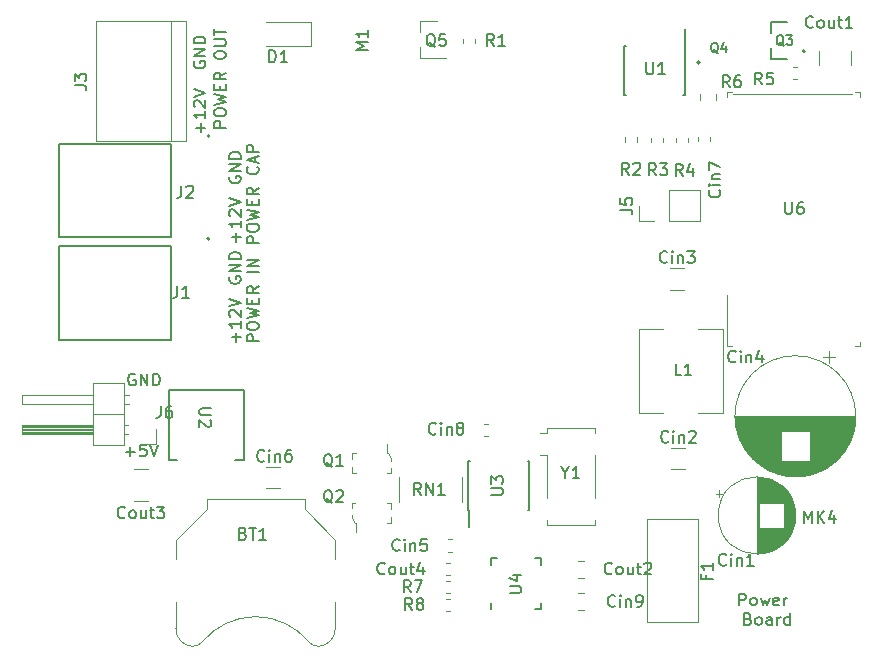
<source format=gto>
G04 #@! TF.GenerationSoftware,KiCad,Pcbnew,(5.1.0)-1*
G04 #@! TF.CreationDate,2020-06-23T20:51:49+01:00*
G04 #@! TF.ProjectId,Universal Interface Board - Copy,556e6976-6572-4736-916c-20496e746572,-*
G04 #@! TF.SameCoordinates,Original*
G04 #@! TF.FileFunction,Legend,Top*
G04 #@! TF.FilePolarity,Positive*
%FSLAX46Y46*%
G04 Gerber Fmt 4.6, Leading zero omitted, Abs format (unit mm)*
G04 Created by KiCad (PCBNEW (5.1.0)-1) date 2020-06-23 20:51:49*
%MOMM*%
%LPD*%
G04 APERTURE LIST*
%ADD10C,0.150000*%
%ADD11C,0.200000*%
%ADD12C,0.127000*%
%ADD13C,0.177800*%
%ADD14C,0.120000*%
%ADD15C,0.100000*%
G04 APERTURE END LIST*
D10*
X119202380Y-81869047D02*
X118202380Y-81869047D01*
X118202380Y-81488095D01*
X118250000Y-81392857D01*
X118297619Y-81345238D01*
X118392857Y-81297619D01*
X118535714Y-81297619D01*
X118630952Y-81345238D01*
X118678571Y-81392857D01*
X118726190Y-81488095D01*
X118726190Y-81869047D01*
X118202380Y-80678571D02*
X118202380Y-80488095D01*
X118250000Y-80392857D01*
X118345238Y-80297619D01*
X118535714Y-80250000D01*
X118869047Y-80250000D01*
X119059523Y-80297619D01*
X119154761Y-80392857D01*
X119202380Y-80488095D01*
X119202380Y-80678571D01*
X119154761Y-80773809D01*
X119059523Y-80869047D01*
X118869047Y-80916666D01*
X118535714Y-80916666D01*
X118345238Y-80869047D01*
X118250000Y-80773809D01*
X118202380Y-80678571D01*
X118202380Y-79916666D02*
X119202380Y-79678571D01*
X118488095Y-79488095D01*
X119202380Y-79297619D01*
X118202380Y-79059523D01*
X118678571Y-78678571D02*
X118678571Y-78345238D01*
X119202380Y-78202380D02*
X119202380Y-78678571D01*
X118202380Y-78678571D01*
X118202380Y-78202380D01*
X119202380Y-77202380D02*
X118726190Y-77535714D01*
X119202380Y-77773809D02*
X118202380Y-77773809D01*
X118202380Y-77392857D01*
X118250000Y-77297619D01*
X118297619Y-77250000D01*
X118392857Y-77202380D01*
X118535714Y-77202380D01*
X118630952Y-77250000D01*
X118678571Y-77297619D01*
X118726190Y-77392857D01*
X118726190Y-77773809D01*
X118202380Y-75821428D02*
X118202380Y-75630952D01*
X118250000Y-75535714D01*
X118345238Y-75440476D01*
X118535714Y-75392857D01*
X118869047Y-75392857D01*
X119059523Y-75440476D01*
X119154761Y-75535714D01*
X119202380Y-75630952D01*
X119202380Y-75821428D01*
X119154761Y-75916666D01*
X119059523Y-76011904D01*
X118869047Y-76059523D01*
X118535714Y-76059523D01*
X118345238Y-76011904D01*
X118250000Y-75916666D01*
X118202380Y-75821428D01*
X118202380Y-74964285D02*
X119011904Y-74964285D01*
X119107142Y-74916666D01*
X119154761Y-74869047D01*
X119202380Y-74773809D01*
X119202380Y-74583333D01*
X119154761Y-74488095D01*
X119107142Y-74440476D01*
X119011904Y-74392857D01*
X118202380Y-74392857D01*
X118202380Y-74059523D02*
X118202380Y-73488095D01*
X119202380Y-73773809D02*
X118202380Y-73773809D01*
X121952380Y-91619047D02*
X120952380Y-91619047D01*
X120952380Y-91238095D01*
X121000000Y-91142857D01*
X121047619Y-91095238D01*
X121142857Y-91047619D01*
X121285714Y-91047619D01*
X121380952Y-91095238D01*
X121428571Y-91142857D01*
X121476190Y-91238095D01*
X121476190Y-91619047D01*
X120952380Y-90428571D02*
X120952380Y-90238095D01*
X121000000Y-90142857D01*
X121095238Y-90047619D01*
X121285714Y-90000000D01*
X121619047Y-90000000D01*
X121809523Y-90047619D01*
X121904761Y-90142857D01*
X121952380Y-90238095D01*
X121952380Y-90428571D01*
X121904761Y-90523809D01*
X121809523Y-90619047D01*
X121619047Y-90666666D01*
X121285714Y-90666666D01*
X121095238Y-90619047D01*
X121000000Y-90523809D01*
X120952380Y-90428571D01*
X120952380Y-89666666D02*
X121952380Y-89428571D01*
X121238095Y-89238095D01*
X121952380Y-89047619D01*
X120952380Y-88809523D01*
X121428571Y-88428571D02*
X121428571Y-88095238D01*
X121952380Y-87952380D02*
X121952380Y-88428571D01*
X120952380Y-88428571D01*
X120952380Y-87952380D01*
X121952380Y-86952380D02*
X121476190Y-87285714D01*
X121952380Y-87523809D02*
X120952380Y-87523809D01*
X120952380Y-87142857D01*
X121000000Y-87047619D01*
X121047619Y-87000000D01*
X121142857Y-86952380D01*
X121285714Y-86952380D01*
X121380952Y-87000000D01*
X121428571Y-87047619D01*
X121476190Y-87142857D01*
X121476190Y-87523809D01*
X121857142Y-85190476D02*
X121904761Y-85238095D01*
X121952380Y-85380952D01*
X121952380Y-85476190D01*
X121904761Y-85619047D01*
X121809523Y-85714285D01*
X121714285Y-85761904D01*
X121523809Y-85809523D01*
X121380952Y-85809523D01*
X121190476Y-85761904D01*
X121095238Y-85714285D01*
X121000000Y-85619047D01*
X120952380Y-85476190D01*
X120952380Y-85380952D01*
X121000000Y-85238095D01*
X121047619Y-85190476D01*
X121666666Y-84809523D02*
X121666666Y-84333333D01*
X121952380Y-84904761D02*
X120952380Y-84571428D01*
X121952380Y-84238095D01*
X121952380Y-83904761D02*
X120952380Y-83904761D01*
X120952380Y-83523809D01*
X121000000Y-83428571D01*
X121047619Y-83380952D01*
X121142857Y-83333333D01*
X121285714Y-83333333D01*
X121380952Y-83380952D01*
X121428571Y-83428571D01*
X121476190Y-83523809D01*
X121476190Y-83904761D01*
X121952380Y-99952380D02*
X120952380Y-99952380D01*
X120952380Y-99571428D01*
X121000000Y-99476190D01*
X121047619Y-99428571D01*
X121142857Y-99380952D01*
X121285714Y-99380952D01*
X121380952Y-99428571D01*
X121428571Y-99476190D01*
X121476190Y-99571428D01*
X121476190Y-99952380D01*
X120952380Y-98761904D02*
X120952380Y-98571428D01*
X121000000Y-98476190D01*
X121095238Y-98380952D01*
X121285714Y-98333333D01*
X121619047Y-98333333D01*
X121809523Y-98380952D01*
X121904761Y-98476190D01*
X121952380Y-98571428D01*
X121952380Y-98761904D01*
X121904761Y-98857142D01*
X121809523Y-98952380D01*
X121619047Y-99000000D01*
X121285714Y-99000000D01*
X121095238Y-98952380D01*
X121000000Y-98857142D01*
X120952380Y-98761904D01*
X120952380Y-98000000D02*
X121952380Y-97761904D01*
X121238095Y-97571428D01*
X121952380Y-97380952D01*
X120952380Y-97142857D01*
X121428571Y-96761904D02*
X121428571Y-96428571D01*
X121952380Y-96285714D02*
X121952380Y-96761904D01*
X120952380Y-96761904D01*
X120952380Y-96285714D01*
X121952380Y-95285714D02*
X121476190Y-95619047D01*
X121952380Y-95857142D02*
X120952380Y-95857142D01*
X120952380Y-95476190D01*
X121000000Y-95380952D01*
X121047619Y-95333333D01*
X121142857Y-95285714D01*
X121285714Y-95285714D01*
X121380952Y-95333333D01*
X121428571Y-95380952D01*
X121476190Y-95476190D01*
X121476190Y-95857142D01*
X121952380Y-94095238D02*
X120952380Y-94095238D01*
X121952380Y-93619047D02*
X120952380Y-93619047D01*
X121952380Y-93047619D01*
X120952380Y-93047619D01*
X116500000Y-76261904D02*
X116452380Y-76357142D01*
X116452380Y-76500000D01*
X116500000Y-76642857D01*
X116595238Y-76738095D01*
X116690476Y-76785714D01*
X116880952Y-76833333D01*
X117023809Y-76833333D01*
X117214285Y-76785714D01*
X117309523Y-76738095D01*
X117404761Y-76642857D01*
X117452380Y-76500000D01*
X117452380Y-76404761D01*
X117404761Y-76261904D01*
X117357142Y-76214285D01*
X117023809Y-76214285D01*
X117023809Y-76404761D01*
X117452380Y-75785714D02*
X116452380Y-75785714D01*
X117452380Y-75214285D01*
X116452380Y-75214285D01*
X117452380Y-74738095D02*
X116452380Y-74738095D01*
X116452380Y-74500000D01*
X116500000Y-74357142D01*
X116595238Y-74261904D01*
X116690476Y-74214285D01*
X116880952Y-74166666D01*
X117023809Y-74166666D01*
X117214285Y-74214285D01*
X117309523Y-74261904D01*
X117404761Y-74357142D01*
X117452380Y-74500000D01*
X117452380Y-74738095D01*
X117071428Y-82261904D02*
X117071428Y-81500000D01*
X117452380Y-81880952D02*
X116690476Y-81880952D01*
X117452380Y-80500000D02*
X117452380Y-81071428D01*
X117452380Y-80785714D02*
X116452380Y-80785714D01*
X116595238Y-80880952D01*
X116690476Y-80976190D01*
X116738095Y-81071428D01*
X116547619Y-80119047D02*
X116500000Y-80071428D01*
X116452380Y-79976190D01*
X116452380Y-79738095D01*
X116500000Y-79642857D01*
X116547619Y-79595238D01*
X116642857Y-79547619D01*
X116738095Y-79547619D01*
X116880952Y-79595238D01*
X117452380Y-80166666D01*
X117452380Y-79547619D01*
X116452380Y-79261904D02*
X117452380Y-78928571D01*
X116452380Y-78595238D01*
X111488095Y-102750000D02*
X111392857Y-102702380D01*
X111250000Y-102702380D01*
X111107142Y-102750000D01*
X111011904Y-102845238D01*
X110964285Y-102940476D01*
X110916666Y-103130952D01*
X110916666Y-103273809D01*
X110964285Y-103464285D01*
X111011904Y-103559523D01*
X111107142Y-103654761D01*
X111250000Y-103702380D01*
X111345238Y-103702380D01*
X111488095Y-103654761D01*
X111535714Y-103607142D01*
X111535714Y-103273809D01*
X111345238Y-103273809D01*
X111964285Y-103702380D02*
X111964285Y-102702380D01*
X112535714Y-103702380D01*
X112535714Y-102702380D01*
X113011904Y-103702380D02*
X113011904Y-102702380D01*
X113250000Y-102702380D01*
X113392857Y-102750000D01*
X113488095Y-102845238D01*
X113535714Y-102940476D01*
X113583333Y-103130952D01*
X113583333Y-103273809D01*
X113535714Y-103464285D01*
X113488095Y-103559523D01*
X113392857Y-103654761D01*
X113250000Y-103702380D01*
X113011904Y-103702380D01*
X162642857Y-122327380D02*
X162642857Y-121327380D01*
X163023809Y-121327380D01*
X163119047Y-121375000D01*
X163166666Y-121422619D01*
X163214285Y-121517857D01*
X163214285Y-121660714D01*
X163166666Y-121755952D01*
X163119047Y-121803571D01*
X163023809Y-121851190D01*
X162642857Y-121851190D01*
X163785714Y-122327380D02*
X163690476Y-122279761D01*
X163642857Y-122232142D01*
X163595238Y-122136904D01*
X163595238Y-121851190D01*
X163642857Y-121755952D01*
X163690476Y-121708333D01*
X163785714Y-121660714D01*
X163928571Y-121660714D01*
X164023809Y-121708333D01*
X164071428Y-121755952D01*
X164119047Y-121851190D01*
X164119047Y-122136904D01*
X164071428Y-122232142D01*
X164023809Y-122279761D01*
X163928571Y-122327380D01*
X163785714Y-122327380D01*
X164452380Y-121660714D02*
X164642857Y-122327380D01*
X164833333Y-121851190D01*
X165023809Y-122327380D01*
X165214285Y-121660714D01*
X165976190Y-122279761D02*
X165880952Y-122327380D01*
X165690476Y-122327380D01*
X165595238Y-122279761D01*
X165547619Y-122184523D01*
X165547619Y-121803571D01*
X165595238Y-121708333D01*
X165690476Y-121660714D01*
X165880952Y-121660714D01*
X165976190Y-121708333D01*
X166023809Y-121803571D01*
X166023809Y-121898809D01*
X165547619Y-121994047D01*
X166452380Y-122327380D02*
X166452380Y-121660714D01*
X166452380Y-121851190D02*
X166500000Y-121755952D01*
X166547619Y-121708333D01*
X166642857Y-121660714D01*
X166738095Y-121660714D01*
X163404761Y-123453571D02*
X163547619Y-123501190D01*
X163595238Y-123548809D01*
X163642857Y-123644047D01*
X163642857Y-123786904D01*
X163595238Y-123882142D01*
X163547619Y-123929761D01*
X163452380Y-123977380D01*
X163071428Y-123977380D01*
X163071428Y-122977380D01*
X163404761Y-122977380D01*
X163500000Y-123025000D01*
X163547619Y-123072619D01*
X163595238Y-123167857D01*
X163595238Y-123263095D01*
X163547619Y-123358333D01*
X163500000Y-123405952D01*
X163404761Y-123453571D01*
X163071428Y-123453571D01*
X164214285Y-123977380D02*
X164119047Y-123929761D01*
X164071428Y-123882142D01*
X164023809Y-123786904D01*
X164023809Y-123501190D01*
X164071428Y-123405952D01*
X164119047Y-123358333D01*
X164214285Y-123310714D01*
X164357142Y-123310714D01*
X164452380Y-123358333D01*
X164500000Y-123405952D01*
X164547619Y-123501190D01*
X164547619Y-123786904D01*
X164500000Y-123882142D01*
X164452380Y-123929761D01*
X164357142Y-123977380D01*
X164214285Y-123977380D01*
X165404761Y-123977380D02*
X165404761Y-123453571D01*
X165357142Y-123358333D01*
X165261904Y-123310714D01*
X165071428Y-123310714D01*
X164976190Y-123358333D01*
X165404761Y-123929761D02*
X165309523Y-123977380D01*
X165071428Y-123977380D01*
X164976190Y-123929761D01*
X164928571Y-123834523D01*
X164928571Y-123739285D01*
X164976190Y-123644047D01*
X165071428Y-123596428D01*
X165309523Y-123596428D01*
X165404761Y-123548809D01*
X165880952Y-123977380D02*
X165880952Y-123310714D01*
X165880952Y-123501190D02*
X165928571Y-123405952D01*
X165976190Y-123358333D01*
X166071428Y-123310714D01*
X166166666Y-123310714D01*
X166928571Y-123977380D02*
X166928571Y-122977380D01*
X166928571Y-123929761D02*
X166833333Y-123977380D01*
X166642857Y-123977380D01*
X166547619Y-123929761D01*
X166500000Y-123882142D01*
X166452380Y-123786904D01*
X166452380Y-123501190D01*
X166500000Y-123405952D01*
X166547619Y-123358333D01*
X166642857Y-123310714D01*
X166833333Y-123310714D01*
X166928571Y-123358333D01*
X110714285Y-109321428D02*
X111476190Y-109321428D01*
X111095238Y-109702380D02*
X111095238Y-108940476D01*
X112428571Y-108702380D02*
X111952380Y-108702380D01*
X111904761Y-109178571D01*
X111952380Y-109130952D01*
X112047619Y-109083333D01*
X112285714Y-109083333D01*
X112380952Y-109130952D01*
X112428571Y-109178571D01*
X112476190Y-109273809D01*
X112476190Y-109511904D01*
X112428571Y-109607142D01*
X112380952Y-109654761D01*
X112285714Y-109702380D01*
X112047619Y-109702380D01*
X111952380Y-109654761D01*
X111904761Y-109607142D01*
X112761904Y-108702380D02*
X113095238Y-109702380D01*
X113428571Y-108702380D01*
X119500000Y-94511904D02*
X119452380Y-94607142D01*
X119452380Y-94750000D01*
X119500000Y-94892857D01*
X119595238Y-94988095D01*
X119690476Y-95035714D01*
X119880952Y-95083333D01*
X120023809Y-95083333D01*
X120214285Y-95035714D01*
X120309523Y-94988095D01*
X120404761Y-94892857D01*
X120452380Y-94750000D01*
X120452380Y-94654761D01*
X120404761Y-94511904D01*
X120357142Y-94464285D01*
X120023809Y-94464285D01*
X120023809Y-94654761D01*
X120452380Y-94035714D02*
X119452380Y-94035714D01*
X120452380Y-93464285D01*
X119452380Y-93464285D01*
X120452380Y-92988095D02*
X119452380Y-92988095D01*
X119452380Y-92750000D01*
X119500000Y-92607142D01*
X119595238Y-92511904D01*
X119690476Y-92464285D01*
X119880952Y-92416666D01*
X120023809Y-92416666D01*
X120214285Y-92464285D01*
X120309523Y-92511904D01*
X120404761Y-92607142D01*
X120452380Y-92750000D01*
X120452380Y-92988095D01*
X119500000Y-86011904D02*
X119452380Y-86107142D01*
X119452380Y-86250000D01*
X119500000Y-86392857D01*
X119595238Y-86488095D01*
X119690476Y-86535714D01*
X119880952Y-86583333D01*
X120023809Y-86583333D01*
X120214285Y-86535714D01*
X120309523Y-86488095D01*
X120404761Y-86392857D01*
X120452380Y-86250000D01*
X120452380Y-86154761D01*
X120404761Y-86011904D01*
X120357142Y-85964285D01*
X120023809Y-85964285D01*
X120023809Y-86154761D01*
X120452380Y-85535714D02*
X119452380Y-85535714D01*
X120452380Y-84964285D01*
X119452380Y-84964285D01*
X120452380Y-84488095D02*
X119452380Y-84488095D01*
X119452380Y-84250000D01*
X119500000Y-84107142D01*
X119595238Y-84011904D01*
X119690476Y-83964285D01*
X119880952Y-83916666D01*
X120023809Y-83916666D01*
X120214285Y-83964285D01*
X120309523Y-84011904D01*
X120404761Y-84107142D01*
X120452380Y-84250000D01*
X120452380Y-84488095D01*
X120071428Y-91511904D02*
X120071428Y-90750000D01*
X120452380Y-91130952D02*
X119690476Y-91130952D01*
X120452380Y-89750000D02*
X120452380Y-90321428D01*
X120452380Y-90035714D02*
X119452380Y-90035714D01*
X119595238Y-90130952D01*
X119690476Y-90226190D01*
X119738095Y-90321428D01*
X119547619Y-89369047D02*
X119500000Y-89321428D01*
X119452380Y-89226190D01*
X119452380Y-88988095D01*
X119500000Y-88892857D01*
X119547619Y-88845238D01*
X119642857Y-88797619D01*
X119738095Y-88797619D01*
X119880952Y-88845238D01*
X120452380Y-89416666D01*
X120452380Y-88797619D01*
X119452380Y-88511904D02*
X120452380Y-88178571D01*
X119452380Y-87845238D01*
X120071428Y-100011904D02*
X120071428Y-99250000D01*
X120452380Y-99630952D02*
X119690476Y-99630952D01*
X120452380Y-98250000D02*
X120452380Y-98821428D01*
X120452380Y-98535714D02*
X119452380Y-98535714D01*
X119595238Y-98630952D01*
X119690476Y-98726190D01*
X119738095Y-98821428D01*
X119547619Y-97869047D02*
X119500000Y-97821428D01*
X119452380Y-97726190D01*
X119452380Y-97488095D01*
X119500000Y-97392857D01*
X119547619Y-97345238D01*
X119642857Y-97297619D01*
X119738095Y-97297619D01*
X119880952Y-97345238D01*
X120452380Y-97916666D01*
X120452380Y-97297619D01*
X119452380Y-97011904D02*
X120452380Y-96678571D01*
X119452380Y-96345238D01*
D11*
X168200000Y-75415000D02*
G75*
G03X168200000Y-75415000I-100000J0D01*
G01*
D12*
X165300000Y-72950000D02*
X166700000Y-72950000D01*
X165300000Y-73870000D02*
X165300000Y-72950000D01*
X165300000Y-76050000D02*
X165300000Y-75130000D01*
X166700000Y-76050000D02*
X165300000Y-76050000D01*
D10*
X139725000Y-114275000D02*
X139775000Y-114275000D01*
X139725000Y-110125000D02*
X139870000Y-110125000D01*
X144875000Y-110125000D02*
X144730000Y-110125000D01*
X144875000Y-114275000D02*
X144730000Y-114275000D01*
X139725000Y-114275000D02*
X139725000Y-110125000D01*
X144875000Y-114275000D02*
X144875000Y-110125000D01*
X139775000Y-114275000D02*
X139775000Y-115675000D01*
D13*
X114350400Y-104047400D02*
X120700400Y-104047400D01*
X114350400Y-110041800D02*
X115036200Y-110041800D01*
X120700400Y-110041800D02*
X119963800Y-110041800D01*
X120700400Y-110041800D02*
X120700400Y-104047400D01*
X114350400Y-104047400D02*
X114350400Y-110041800D01*
D14*
X127114615Y-125784160D02*
G75*
G02X126200000Y-125400000I-124615J984160D01*
G01*
X116285385Y-125784160D02*
G75*
G03X117200000Y-125400000I124615J984160D01*
G01*
X126190661Y-125388671D02*
G75*
G03X117200000Y-125400000I-4490661J-3711329D01*
G01*
X128450000Y-124250000D02*
G75*
G02X127000000Y-125800000I-1500000J-50000D01*
G01*
X114950000Y-124250000D02*
G75*
G03X116400000Y-125800000I1500000J-50000D01*
G01*
X128450000Y-122000000D02*
X128450000Y-124300000D01*
X114950000Y-122000000D02*
X114950000Y-124300000D01*
X114950000Y-118400000D02*
X114950000Y-116750000D01*
X114950000Y-116750000D02*
X117550000Y-114150000D01*
X117550000Y-114150000D02*
X117550000Y-113350000D01*
X117550000Y-113350000D02*
X125850000Y-113350000D01*
X125850000Y-113350000D02*
X125850000Y-114150000D01*
X125850000Y-114150000D02*
X128450000Y-116750000D01*
X128450000Y-116750000D02*
X128450000Y-118400000D01*
X167203733Y-76740000D02*
X167546267Y-76740000D01*
X167203733Y-77760000D02*
X167546267Y-77760000D01*
D15*
X162100000Y-79000000D02*
X172200000Y-79000000D01*
X172840000Y-100400000D02*
X172840000Y-100000000D01*
X172840000Y-100400000D02*
X172440000Y-100400000D01*
X161640000Y-100400000D02*
X161640000Y-96000000D01*
X161640000Y-100400000D02*
X162040000Y-100400000D01*
X161640000Y-78850000D02*
X161640000Y-79250000D01*
X161640000Y-78850000D02*
X162040000Y-78850000D01*
X172440000Y-78850000D02*
X172840000Y-78850000D01*
X172840000Y-78850000D02*
X172840000Y-79250000D01*
D14*
X167420000Y-114700000D02*
G75*
G03X167420000Y-114700000I-3270000J0D01*
G01*
X164150000Y-111470000D02*
X164150000Y-117930000D01*
X164190000Y-111470000D02*
X164190000Y-117930000D01*
X164230000Y-111470000D02*
X164230000Y-117930000D01*
X164270000Y-111472000D02*
X164270000Y-117928000D01*
X164310000Y-111473000D02*
X164310000Y-117927000D01*
X164350000Y-111476000D02*
X164350000Y-117924000D01*
X164390000Y-111478000D02*
X164390000Y-113660000D01*
X164390000Y-115740000D02*
X164390000Y-117922000D01*
X164430000Y-111482000D02*
X164430000Y-113660000D01*
X164430000Y-115740000D02*
X164430000Y-117918000D01*
X164470000Y-111485000D02*
X164470000Y-113660000D01*
X164470000Y-115740000D02*
X164470000Y-117915000D01*
X164510000Y-111489000D02*
X164510000Y-113660000D01*
X164510000Y-115740000D02*
X164510000Y-117911000D01*
X164550000Y-111494000D02*
X164550000Y-113660000D01*
X164550000Y-115740000D02*
X164550000Y-117906000D01*
X164590000Y-111499000D02*
X164590000Y-113660000D01*
X164590000Y-115740000D02*
X164590000Y-117901000D01*
X164630000Y-111505000D02*
X164630000Y-113660000D01*
X164630000Y-115740000D02*
X164630000Y-117895000D01*
X164670000Y-111511000D02*
X164670000Y-113660000D01*
X164670000Y-115740000D02*
X164670000Y-117889000D01*
X164710000Y-111518000D02*
X164710000Y-113660000D01*
X164710000Y-115740000D02*
X164710000Y-117882000D01*
X164750000Y-111525000D02*
X164750000Y-113660000D01*
X164750000Y-115740000D02*
X164750000Y-117875000D01*
X164790000Y-111533000D02*
X164790000Y-113660000D01*
X164790000Y-115740000D02*
X164790000Y-117867000D01*
X164830000Y-111541000D02*
X164830000Y-113660000D01*
X164830000Y-115740000D02*
X164830000Y-117859000D01*
X164871000Y-111550000D02*
X164871000Y-113660000D01*
X164871000Y-115740000D02*
X164871000Y-117850000D01*
X164911000Y-111559000D02*
X164911000Y-113660000D01*
X164911000Y-115740000D02*
X164911000Y-117841000D01*
X164951000Y-111569000D02*
X164951000Y-113660000D01*
X164951000Y-115740000D02*
X164951000Y-117831000D01*
X164991000Y-111579000D02*
X164991000Y-113660000D01*
X164991000Y-115740000D02*
X164991000Y-117821000D01*
X165031000Y-111590000D02*
X165031000Y-113660000D01*
X165031000Y-115740000D02*
X165031000Y-117810000D01*
X165071000Y-111602000D02*
X165071000Y-113660000D01*
X165071000Y-115740000D02*
X165071000Y-117798000D01*
X165111000Y-111614000D02*
X165111000Y-113660000D01*
X165111000Y-115740000D02*
X165111000Y-117786000D01*
X165151000Y-111626000D02*
X165151000Y-113660000D01*
X165151000Y-115740000D02*
X165151000Y-117774000D01*
X165191000Y-111639000D02*
X165191000Y-113660000D01*
X165191000Y-115740000D02*
X165191000Y-117761000D01*
X165231000Y-111653000D02*
X165231000Y-113660000D01*
X165231000Y-115740000D02*
X165231000Y-117747000D01*
X165271000Y-111667000D02*
X165271000Y-113660000D01*
X165271000Y-115740000D02*
X165271000Y-117733000D01*
X165311000Y-111682000D02*
X165311000Y-113660000D01*
X165311000Y-115740000D02*
X165311000Y-117718000D01*
X165351000Y-111698000D02*
X165351000Y-113660000D01*
X165351000Y-115740000D02*
X165351000Y-117702000D01*
X165391000Y-111714000D02*
X165391000Y-113660000D01*
X165391000Y-115740000D02*
X165391000Y-117686000D01*
X165431000Y-111730000D02*
X165431000Y-113660000D01*
X165431000Y-115740000D02*
X165431000Y-117670000D01*
X165471000Y-111748000D02*
X165471000Y-113660000D01*
X165471000Y-115740000D02*
X165471000Y-117652000D01*
X165511000Y-111766000D02*
X165511000Y-113660000D01*
X165511000Y-115740000D02*
X165511000Y-117634000D01*
X165551000Y-111784000D02*
X165551000Y-113660000D01*
X165551000Y-115740000D02*
X165551000Y-117616000D01*
X165591000Y-111804000D02*
X165591000Y-113660000D01*
X165591000Y-115740000D02*
X165591000Y-117596000D01*
X165631000Y-111824000D02*
X165631000Y-113660000D01*
X165631000Y-115740000D02*
X165631000Y-117576000D01*
X165671000Y-111844000D02*
X165671000Y-113660000D01*
X165671000Y-115740000D02*
X165671000Y-117556000D01*
X165711000Y-111866000D02*
X165711000Y-113660000D01*
X165711000Y-115740000D02*
X165711000Y-117534000D01*
X165751000Y-111888000D02*
X165751000Y-113660000D01*
X165751000Y-115740000D02*
X165751000Y-117512000D01*
X165791000Y-111910000D02*
X165791000Y-113660000D01*
X165791000Y-115740000D02*
X165791000Y-117490000D01*
X165831000Y-111934000D02*
X165831000Y-113660000D01*
X165831000Y-115740000D02*
X165831000Y-117466000D01*
X165871000Y-111958000D02*
X165871000Y-113660000D01*
X165871000Y-115740000D02*
X165871000Y-117442000D01*
X165911000Y-111984000D02*
X165911000Y-113660000D01*
X165911000Y-115740000D02*
X165911000Y-117416000D01*
X165951000Y-112010000D02*
X165951000Y-113660000D01*
X165951000Y-115740000D02*
X165951000Y-117390000D01*
X165991000Y-112036000D02*
X165991000Y-113660000D01*
X165991000Y-115740000D02*
X165991000Y-117364000D01*
X166031000Y-112064000D02*
X166031000Y-113660000D01*
X166031000Y-115740000D02*
X166031000Y-117336000D01*
X166071000Y-112093000D02*
X166071000Y-113660000D01*
X166071000Y-115740000D02*
X166071000Y-117307000D01*
X166111000Y-112122000D02*
X166111000Y-113660000D01*
X166111000Y-115740000D02*
X166111000Y-117278000D01*
X166151000Y-112152000D02*
X166151000Y-113660000D01*
X166151000Y-115740000D02*
X166151000Y-117248000D01*
X166191000Y-112184000D02*
X166191000Y-113660000D01*
X166191000Y-115740000D02*
X166191000Y-117216000D01*
X166231000Y-112216000D02*
X166231000Y-113660000D01*
X166231000Y-115740000D02*
X166231000Y-117184000D01*
X166271000Y-112250000D02*
X166271000Y-113660000D01*
X166271000Y-115740000D02*
X166271000Y-117150000D01*
X166311000Y-112284000D02*
X166311000Y-113660000D01*
X166311000Y-115740000D02*
X166311000Y-117116000D01*
X166351000Y-112320000D02*
X166351000Y-113660000D01*
X166351000Y-115740000D02*
X166351000Y-117080000D01*
X166391000Y-112357000D02*
X166391000Y-113660000D01*
X166391000Y-115740000D02*
X166391000Y-117043000D01*
X166431000Y-112395000D02*
X166431000Y-113660000D01*
X166431000Y-115740000D02*
X166431000Y-117005000D01*
X166471000Y-112435000D02*
X166471000Y-116965000D01*
X166511000Y-112476000D02*
X166511000Y-116924000D01*
X166551000Y-112518000D02*
X166551000Y-116882000D01*
X166591000Y-112563000D02*
X166591000Y-116837000D01*
X166631000Y-112608000D02*
X166631000Y-116792000D01*
X166671000Y-112656000D02*
X166671000Y-116744000D01*
X166711000Y-112705000D02*
X166711000Y-116695000D01*
X166751000Y-112756000D02*
X166751000Y-116644000D01*
X166791000Y-112810000D02*
X166791000Y-116590000D01*
X166831000Y-112866000D02*
X166831000Y-116534000D01*
X166871000Y-112924000D02*
X166871000Y-116476000D01*
X166911000Y-112986000D02*
X166911000Y-116414000D01*
X166951000Y-113050000D02*
X166951000Y-116350000D01*
X166991000Y-113119000D02*
X166991000Y-116281000D01*
X167031000Y-113191000D02*
X167031000Y-116209000D01*
X167071000Y-113268000D02*
X167071000Y-116132000D01*
X167111000Y-113350000D02*
X167111000Y-116050000D01*
X167151000Y-113438000D02*
X167151000Y-115962000D01*
X167191000Y-113535000D02*
X167191000Y-115865000D01*
X167231000Y-113641000D02*
X167231000Y-115759000D01*
X167271000Y-113760000D02*
X167271000Y-115640000D01*
X167311000Y-113898000D02*
X167311000Y-115502000D01*
X167351000Y-114067000D02*
X167351000Y-115333000D01*
X167391000Y-114298000D02*
X167391000Y-115102000D01*
X160649759Y-112861000D02*
X161279759Y-112861000D01*
X160964759Y-112546000D02*
X160964759Y-113176000D01*
X156897936Y-110810000D02*
X158102064Y-110810000D01*
X156897936Y-108990000D02*
X158102064Y-108990000D01*
X156797936Y-93790000D02*
X158002064Y-93790000D01*
X156797936Y-95610000D02*
X158002064Y-95610000D01*
X172520000Y-106300000D02*
G75*
G03X172520000Y-106300000I-5120000J0D01*
G01*
X172480000Y-106300000D02*
X162320000Y-106300000D01*
X172480000Y-106340000D02*
X162320000Y-106340000D01*
X172480000Y-106380000D02*
X162320000Y-106380000D01*
X172479000Y-106420000D02*
X162321000Y-106420000D01*
X172478000Y-106460000D02*
X162322000Y-106460000D01*
X172477000Y-106500000D02*
X162323000Y-106500000D01*
X172475000Y-106540000D02*
X162325000Y-106540000D01*
X172473000Y-106580000D02*
X162327000Y-106580000D01*
X172470000Y-106620000D02*
X162330000Y-106620000D01*
X172468000Y-106660000D02*
X162332000Y-106660000D01*
X172465000Y-106700000D02*
X162335000Y-106700000D01*
X172462000Y-106740000D02*
X162338000Y-106740000D01*
X172458000Y-106780000D02*
X162342000Y-106780000D01*
X172454000Y-106820000D02*
X162346000Y-106820000D01*
X172450000Y-106860000D02*
X162350000Y-106860000D01*
X172445000Y-106900000D02*
X162355000Y-106900000D01*
X172440000Y-106940000D02*
X162360000Y-106940000D01*
X172435000Y-106980000D02*
X162365000Y-106980000D01*
X172430000Y-107021000D02*
X162370000Y-107021000D01*
X172424000Y-107061000D02*
X162376000Y-107061000D01*
X172418000Y-107101000D02*
X162382000Y-107101000D01*
X172411000Y-107141000D02*
X162389000Y-107141000D01*
X172404000Y-107181000D02*
X162396000Y-107181000D01*
X172397000Y-107221000D02*
X162403000Y-107221000D01*
X172390000Y-107261000D02*
X162410000Y-107261000D01*
X172382000Y-107301000D02*
X162418000Y-107301000D01*
X172374000Y-107341000D02*
X162426000Y-107341000D01*
X172365000Y-107381000D02*
X162435000Y-107381000D01*
X172356000Y-107421000D02*
X162444000Y-107421000D01*
X172347000Y-107461000D02*
X162453000Y-107461000D01*
X172338000Y-107501000D02*
X162462000Y-107501000D01*
X172328000Y-107541000D02*
X162472000Y-107541000D01*
X172318000Y-107581000D02*
X168641000Y-107581000D01*
X166159000Y-107581000D02*
X162482000Y-107581000D01*
X172307000Y-107621000D02*
X168641000Y-107621000D01*
X166159000Y-107621000D02*
X162493000Y-107621000D01*
X172297000Y-107661000D02*
X168641000Y-107661000D01*
X166159000Y-107661000D02*
X162503000Y-107661000D01*
X172285000Y-107701000D02*
X168641000Y-107701000D01*
X166159000Y-107701000D02*
X162515000Y-107701000D01*
X172274000Y-107741000D02*
X168641000Y-107741000D01*
X166159000Y-107741000D02*
X162526000Y-107741000D01*
X172262000Y-107781000D02*
X168641000Y-107781000D01*
X166159000Y-107781000D02*
X162538000Y-107781000D01*
X172250000Y-107821000D02*
X168641000Y-107821000D01*
X166159000Y-107821000D02*
X162550000Y-107821000D01*
X172237000Y-107861000D02*
X168641000Y-107861000D01*
X166159000Y-107861000D02*
X162563000Y-107861000D01*
X172224000Y-107901000D02*
X168641000Y-107901000D01*
X166159000Y-107901000D02*
X162576000Y-107901000D01*
X172211000Y-107941000D02*
X168641000Y-107941000D01*
X166159000Y-107941000D02*
X162589000Y-107941000D01*
X172197000Y-107981000D02*
X168641000Y-107981000D01*
X166159000Y-107981000D02*
X162603000Y-107981000D01*
X172183000Y-108021000D02*
X168641000Y-108021000D01*
X166159000Y-108021000D02*
X162617000Y-108021000D01*
X172168000Y-108061000D02*
X168641000Y-108061000D01*
X166159000Y-108061000D02*
X162632000Y-108061000D01*
X172154000Y-108101000D02*
X168641000Y-108101000D01*
X166159000Y-108101000D02*
X162646000Y-108101000D01*
X172138000Y-108141000D02*
X168641000Y-108141000D01*
X166159000Y-108141000D02*
X162662000Y-108141000D01*
X172123000Y-108181000D02*
X168641000Y-108181000D01*
X166159000Y-108181000D02*
X162677000Y-108181000D01*
X172107000Y-108221000D02*
X168641000Y-108221000D01*
X166159000Y-108221000D02*
X162693000Y-108221000D01*
X172090000Y-108261000D02*
X168641000Y-108261000D01*
X166159000Y-108261000D02*
X162710000Y-108261000D01*
X172074000Y-108301000D02*
X168641000Y-108301000D01*
X166159000Y-108301000D02*
X162726000Y-108301000D01*
X172057000Y-108341000D02*
X168641000Y-108341000D01*
X166159000Y-108341000D02*
X162743000Y-108341000D01*
X172039000Y-108381000D02*
X168641000Y-108381000D01*
X166159000Y-108381000D02*
X162761000Y-108381000D01*
X172021000Y-108421000D02*
X168641000Y-108421000D01*
X166159000Y-108421000D02*
X162779000Y-108421000D01*
X172003000Y-108461000D02*
X168641000Y-108461000D01*
X166159000Y-108461000D02*
X162797000Y-108461000D01*
X171984000Y-108501000D02*
X168641000Y-108501000D01*
X166159000Y-108501000D02*
X162816000Y-108501000D01*
X171964000Y-108541000D02*
X168641000Y-108541000D01*
X166159000Y-108541000D02*
X162836000Y-108541000D01*
X171945000Y-108581000D02*
X168641000Y-108581000D01*
X166159000Y-108581000D02*
X162855000Y-108581000D01*
X171925000Y-108621000D02*
X168641000Y-108621000D01*
X166159000Y-108621000D02*
X162875000Y-108621000D01*
X171904000Y-108661000D02*
X168641000Y-108661000D01*
X166159000Y-108661000D02*
X162896000Y-108661000D01*
X171883000Y-108701000D02*
X168641000Y-108701000D01*
X166159000Y-108701000D02*
X162917000Y-108701000D01*
X171862000Y-108741000D02*
X168641000Y-108741000D01*
X166159000Y-108741000D02*
X162938000Y-108741000D01*
X171840000Y-108781000D02*
X168641000Y-108781000D01*
X166159000Y-108781000D02*
X162960000Y-108781000D01*
X171817000Y-108821000D02*
X168641000Y-108821000D01*
X166159000Y-108821000D02*
X162983000Y-108821000D01*
X171795000Y-108861000D02*
X168641000Y-108861000D01*
X166159000Y-108861000D02*
X163005000Y-108861000D01*
X171771000Y-108901000D02*
X168641000Y-108901000D01*
X166159000Y-108901000D02*
X163029000Y-108901000D01*
X171747000Y-108941000D02*
X168641000Y-108941000D01*
X166159000Y-108941000D02*
X163053000Y-108941000D01*
X171723000Y-108981000D02*
X168641000Y-108981000D01*
X166159000Y-108981000D02*
X163077000Y-108981000D01*
X171698000Y-109021000D02*
X168641000Y-109021000D01*
X166159000Y-109021000D02*
X163102000Y-109021000D01*
X171673000Y-109061000D02*
X168641000Y-109061000D01*
X166159000Y-109061000D02*
X163127000Y-109061000D01*
X171647000Y-109101000D02*
X168641000Y-109101000D01*
X166159000Y-109101000D02*
X163153000Y-109101000D01*
X171621000Y-109141000D02*
X168641000Y-109141000D01*
X166159000Y-109141000D02*
X163179000Y-109141000D01*
X171594000Y-109181000D02*
X168641000Y-109181000D01*
X166159000Y-109181000D02*
X163206000Y-109181000D01*
X171566000Y-109221000D02*
X168641000Y-109221000D01*
X166159000Y-109221000D02*
X163234000Y-109221000D01*
X171538000Y-109261000D02*
X168641000Y-109261000D01*
X166159000Y-109261000D02*
X163262000Y-109261000D01*
X171510000Y-109301000D02*
X168641000Y-109301000D01*
X166159000Y-109301000D02*
X163290000Y-109301000D01*
X171480000Y-109341000D02*
X168641000Y-109341000D01*
X166159000Y-109341000D02*
X163320000Y-109341000D01*
X171450000Y-109381000D02*
X168641000Y-109381000D01*
X166159000Y-109381000D02*
X163350000Y-109381000D01*
X171420000Y-109421000D02*
X168641000Y-109421000D01*
X166159000Y-109421000D02*
X163380000Y-109421000D01*
X171389000Y-109461000D02*
X168641000Y-109461000D01*
X166159000Y-109461000D02*
X163411000Y-109461000D01*
X171357000Y-109501000D02*
X168641000Y-109501000D01*
X166159000Y-109501000D02*
X163443000Y-109501000D01*
X171325000Y-109541000D02*
X168641000Y-109541000D01*
X166159000Y-109541000D02*
X163475000Y-109541000D01*
X171292000Y-109581000D02*
X168641000Y-109581000D01*
X166159000Y-109581000D02*
X163508000Y-109581000D01*
X171258000Y-109621000D02*
X168641000Y-109621000D01*
X166159000Y-109621000D02*
X163542000Y-109621000D01*
X171224000Y-109661000D02*
X168641000Y-109661000D01*
X166159000Y-109661000D02*
X163576000Y-109661000D01*
X171189000Y-109701000D02*
X168641000Y-109701000D01*
X166159000Y-109701000D02*
X163611000Y-109701000D01*
X171153000Y-109741000D02*
X168641000Y-109741000D01*
X166159000Y-109741000D02*
X163647000Y-109741000D01*
X171116000Y-109781000D02*
X168641000Y-109781000D01*
X166159000Y-109781000D02*
X163684000Y-109781000D01*
X171079000Y-109821000D02*
X168641000Y-109821000D01*
X166159000Y-109821000D02*
X163721000Y-109821000D01*
X171040000Y-109861000D02*
X168641000Y-109861000D01*
X166159000Y-109861000D02*
X163760000Y-109861000D01*
X171001000Y-109901000D02*
X168641000Y-109901000D01*
X166159000Y-109901000D02*
X163799000Y-109901000D01*
X170961000Y-109941000D02*
X168641000Y-109941000D01*
X166159000Y-109941000D02*
X163839000Y-109941000D01*
X170920000Y-109981000D02*
X168641000Y-109981000D01*
X166159000Y-109981000D02*
X163880000Y-109981000D01*
X170878000Y-110021000D02*
X168641000Y-110021000D01*
X166159000Y-110021000D02*
X163922000Y-110021000D01*
X170836000Y-110061000D02*
X163964000Y-110061000D01*
X170792000Y-110101000D02*
X164008000Y-110101000D01*
X170747000Y-110141000D02*
X164053000Y-110141000D01*
X170701000Y-110181000D02*
X164099000Y-110181000D01*
X170654000Y-110221000D02*
X164146000Y-110221000D01*
X170606000Y-110261000D02*
X164194000Y-110261000D01*
X170556000Y-110301000D02*
X164244000Y-110301000D01*
X170506000Y-110341000D02*
X164294000Y-110341000D01*
X170454000Y-110381000D02*
X164346000Y-110381000D01*
X170400000Y-110421000D02*
X164400000Y-110421000D01*
X170345000Y-110461000D02*
X164455000Y-110461000D01*
X170289000Y-110501000D02*
X164511000Y-110501000D01*
X170230000Y-110541000D02*
X164570000Y-110541000D01*
X170170000Y-110581000D02*
X164630000Y-110581000D01*
X170109000Y-110621000D02*
X164691000Y-110621000D01*
X170045000Y-110661000D02*
X164755000Y-110661000D01*
X169979000Y-110701000D02*
X164821000Y-110701000D01*
X169910000Y-110741000D02*
X164890000Y-110741000D01*
X169839000Y-110781000D02*
X164961000Y-110781000D01*
X169765000Y-110821000D02*
X165035000Y-110821000D01*
X169689000Y-110861000D02*
X165111000Y-110861000D01*
X169609000Y-110901000D02*
X165191000Y-110901000D01*
X169525000Y-110941000D02*
X165275000Y-110941000D01*
X169437000Y-110981000D02*
X165363000Y-110981000D01*
X169344000Y-111021000D02*
X165456000Y-111021000D01*
X169246000Y-111061000D02*
X165554000Y-111061000D01*
X169142000Y-111101000D02*
X165658000Y-111101000D01*
X169030000Y-111141000D02*
X165770000Y-111141000D01*
X168910000Y-111181000D02*
X165890000Y-111181000D01*
X168778000Y-111221000D02*
X166022000Y-111221000D01*
X168630000Y-111261000D02*
X166170000Y-111261000D01*
X168462000Y-111301000D02*
X166338000Y-111301000D01*
X168262000Y-111341000D02*
X166538000Y-111341000D01*
X167999000Y-111381000D02*
X166801000Y-111381000D01*
X170275000Y-100820354D02*
X170275000Y-101820354D01*
X170775000Y-101320354D02*
X169775000Y-101320354D01*
X122597936Y-110590000D02*
X123802064Y-110590000D01*
X122597936Y-112410000D02*
X123802064Y-112410000D01*
X169390000Y-76602064D02*
X169390000Y-75397936D01*
X172110000Y-76602064D02*
X172110000Y-75397936D01*
X111397936Y-110740000D02*
X112602064Y-110740000D01*
X111397936Y-113460000D02*
X112602064Y-113460000D01*
X126425000Y-74950000D02*
X126425000Y-72950000D01*
X126425000Y-72950000D02*
X122575000Y-72950000D01*
X126425000Y-74950000D02*
X122575000Y-74950000D01*
D11*
X117800000Y-91270000D02*
G75*
G03X117800000Y-91270000I-100000J0D01*
G01*
D12*
X105100000Y-99840000D02*
X105100000Y-91920000D01*
X114500000Y-99840000D02*
X114500000Y-91920000D01*
X114500000Y-99840000D02*
X105100000Y-99840000D01*
X105100000Y-91920000D02*
X114500000Y-91920000D01*
D11*
X117800000Y-82570000D02*
G75*
G03X117800000Y-82570000I-100000J0D01*
G01*
D12*
X105100000Y-91140000D02*
X105100000Y-83220000D01*
X114500000Y-91140000D02*
X114500000Y-83220000D01*
X114500000Y-91140000D02*
X105100000Y-91140000D01*
X105100000Y-83220000D02*
X114500000Y-83220000D01*
D14*
X113270000Y-108670000D02*
X112000000Y-108670000D01*
X113270000Y-107400000D02*
X113270000Y-108670000D01*
X110957071Y-104480000D02*
X110560000Y-104480000D01*
X110957071Y-105240000D02*
X110560000Y-105240000D01*
X101900000Y-104480000D02*
X107900000Y-104480000D01*
X101900000Y-105240000D02*
X101900000Y-104480000D01*
X107900000Y-105240000D02*
X101900000Y-105240000D01*
X110560000Y-106130000D02*
X107900000Y-106130000D01*
X110890000Y-107020000D02*
X110560000Y-107020000D01*
X110890000Y-107780000D02*
X110560000Y-107780000D01*
X107900000Y-107120000D02*
X101900000Y-107120000D01*
X107900000Y-107240000D02*
X101900000Y-107240000D01*
X107900000Y-107360000D02*
X101900000Y-107360000D01*
X107900000Y-107480000D02*
X101900000Y-107480000D01*
X107900000Y-107600000D02*
X101900000Y-107600000D01*
X107900000Y-107720000D02*
X101900000Y-107720000D01*
X101900000Y-107020000D02*
X107900000Y-107020000D01*
X101900000Y-107780000D02*
X101900000Y-107020000D01*
X107900000Y-107780000D02*
X101900000Y-107780000D01*
X107900000Y-108730000D02*
X110560000Y-108730000D01*
X107900000Y-103530000D02*
X107900000Y-108730000D01*
X110560000Y-103530000D02*
X107900000Y-103530000D01*
X110560000Y-108730000D02*
X110560000Y-103530000D01*
X159200000Y-106050000D02*
X161250000Y-106050000D01*
X161250000Y-106050000D02*
X161250000Y-98950000D01*
X161250000Y-98950000D02*
X159200000Y-98950000D01*
X156200000Y-106050000D02*
X154150000Y-106050000D01*
X154150000Y-106050000D02*
X154150000Y-98950000D01*
X154150000Y-98950000D02*
X156200000Y-98950000D01*
D12*
X159349000Y-76370000D02*
G75*
G03X159349000Y-76370000I-127000J0D01*
G01*
D14*
X139240000Y-74671267D02*
X139240000Y-74328733D01*
X140260000Y-74671267D02*
X140260000Y-74328733D01*
X153015000Y-82703733D02*
X153015000Y-83046267D01*
X154035000Y-82703733D02*
X154035000Y-83046267D01*
X156235000Y-82728733D02*
X156235000Y-83071267D01*
X155215000Y-82728733D02*
X155215000Y-83071267D01*
X157265000Y-82753733D02*
X157265000Y-83096267D01*
X158285000Y-82753733D02*
X158285000Y-83096267D01*
X159290000Y-79511252D02*
X159290000Y-78988748D01*
X160710000Y-79511252D02*
X160710000Y-78988748D01*
X135640000Y-72820000D02*
X135640000Y-73750000D01*
X135640000Y-75980000D02*
X135640000Y-75050000D01*
X135640000Y-75980000D02*
X137800000Y-75980000D01*
X135640000Y-72820000D02*
X137100000Y-72820000D01*
X160185000Y-82678733D02*
X160185000Y-83021267D01*
X159165000Y-82678733D02*
X159165000Y-83021267D01*
D10*
X158075000Y-74925000D02*
X158025000Y-74925000D01*
X158075000Y-79075000D02*
X157930000Y-79075000D01*
X152925000Y-79075000D02*
X153070000Y-79075000D01*
X152925000Y-74925000D02*
X153070000Y-74925000D01*
X158075000Y-74925000D02*
X158075000Y-79075000D01*
X152925000Y-74925000D02*
X152925000Y-79075000D01*
X158025000Y-74925000D02*
X158025000Y-73525000D01*
D14*
X159345000Y-89805000D02*
X159345000Y-87145000D01*
X156745000Y-89805000D02*
X159345000Y-89805000D01*
X156745000Y-87145000D02*
X159345000Y-87145000D01*
X156745000Y-89805000D02*
X156745000Y-87145000D01*
X155475000Y-89805000D02*
X154145000Y-89805000D01*
X154145000Y-89805000D02*
X154145000Y-88475000D01*
X141028733Y-106990000D02*
X141371267Y-106990000D01*
X141028733Y-108010000D02*
X141371267Y-108010000D01*
D15*
X133150000Y-110075000D02*
X133150000Y-109800000D01*
X133150000Y-109800000D02*
X132875000Y-109425000D01*
X132875000Y-109425000D02*
X132825000Y-109425000D01*
X132825000Y-109425000D02*
X132825000Y-108650000D01*
X129850000Y-109900000D02*
X129850000Y-109425000D01*
X129850000Y-109425000D02*
X130200000Y-109425000D01*
X130075000Y-111075000D02*
X130200000Y-111075000D01*
X130150000Y-111075000D02*
X129850000Y-111075000D01*
X129850000Y-111075000D02*
X129850000Y-110625000D01*
X133150000Y-110700000D02*
X133150000Y-111075000D01*
X133150000Y-111075000D02*
X132850000Y-111075000D01*
X129850000Y-113675000D02*
X130150000Y-113675000D01*
X129850000Y-114050000D02*
X129850000Y-113675000D01*
X133150000Y-113675000D02*
X133150000Y-114125000D01*
X132850000Y-113675000D02*
X133150000Y-113675000D01*
X132925000Y-113675000D02*
X132800000Y-113675000D01*
X133150000Y-115325000D02*
X132800000Y-115325000D01*
X133150000Y-114850000D02*
X133150000Y-115325000D01*
X130175000Y-115325000D02*
X130175000Y-116100000D01*
X130125000Y-115325000D02*
X130175000Y-115325000D01*
X129850000Y-114950000D02*
X130125000Y-115325000D01*
X129850000Y-114675000D02*
X129850000Y-114950000D01*
D14*
X139170000Y-111450000D02*
X139170000Y-113550000D01*
X133830000Y-111450000D02*
X133830000Y-113550000D01*
X150410000Y-109600000D02*
X150410000Y-113200000D01*
X146390000Y-109600000D02*
X146390000Y-113200000D01*
X150410000Y-107300000D02*
X146390000Y-107300000D01*
X146390000Y-107300000D02*
X146390000Y-107700000D01*
X150410000Y-115500000D02*
X146390000Y-115500000D01*
X145800000Y-107700000D02*
X146390000Y-107700000D01*
X146390000Y-109600000D02*
X145800000Y-109600000D01*
X150410000Y-107300000D02*
X150410000Y-107700000D01*
X150410000Y-115500000D02*
X150410000Y-115100000D01*
X146390000Y-115500000D02*
X146390000Y-115100000D01*
X159120000Y-114970000D02*
X159120000Y-123710000D01*
X159120000Y-114970000D02*
X154880000Y-114970000D01*
X154880000Y-123710000D02*
X159120000Y-123710000D01*
X154880000Y-123710000D02*
X154880000Y-114970000D01*
X138296267Y-117760000D02*
X137953733Y-117760000D01*
X138296267Y-116740000D02*
X137953733Y-116740000D01*
X149486252Y-122710000D02*
X148963748Y-122710000D01*
X149486252Y-121290000D02*
X148963748Y-121290000D01*
X149511252Y-118540000D02*
X148988748Y-118540000D01*
X149511252Y-119960000D02*
X148988748Y-119960000D01*
X137828733Y-119760000D02*
X138171267Y-119760000D01*
X137828733Y-118740000D02*
X138171267Y-118740000D01*
X114540000Y-72880000D02*
X114540000Y-83040000D01*
X115810000Y-72880000D02*
X108190000Y-72880000D01*
X108190000Y-72880000D02*
X108190000Y-83040000D01*
X108190000Y-83040000D02*
X115810000Y-83040000D01*
X115810000Y-83040000D02*
X115810000Y-72880000D01*
X138171267Y-121260000D02*
X137828733Y-121260000D01*
X138171267Y-120240000D02*
X137828733Y-120240000D01*
X138171267Y-121740000D02*
X137828733Y-121740000D01*
X138171267Y-122760000D02*
X137828733Y-122760000D01*
D10*
X141600000Y-118350000D02*
X142125000Y-118350000D01*
X145900000Y-122650000D02*
X145375000Y-122650000D01*
X145900000Y-118350000D02*
X145375000Y-118350000D01*
X141600000Y-122650000D02*
X141600000Y-122125000D01*
X145900000Y-122650000D02*
X145900000Y-122125000D01*
X145900000Y-118350000D02*
X145900000Y-118875000D01*
X141600000Y-118350000D02*
X141600000Y-118875000D01*
X166423809Y-74938095D02*
X166347619Y-74900000D01*
X166271428Y-74823809D01*
X166157142Y-74709523D01*
X166080952Y-74671428D01*
X166004761Y-74671428D01*
X166042857Y-74861904D02*
X165966666Y-74823809D01*
X165890476Y-74747619D01*
X165852380Y-74595238D01*
X165852380Y-74328571D01*
X165890476Y-74176190D01*
X165966666Y-74100000D01*
X166042857Y-74061904D01*
X166195238Y-74061904D01*
X166271428Y-74100000D01*
X166347619Y-74176190D01*
X166385714Y-74328571D01*
X166385714Y-74595238D01*
X166347619Y-74747619D01*
X166271428Y-74823809D01*
X166195238Y-74861904D01*
X166042857Y-74861904D01*
X166652380Y-74061904D02*
X167147619Y-74061904D01*
X166880952Y-74366666D01*
X166995238Y-74366666D01*
X167071428Y-74404761D01*
X167109523Y-74442857D01*
X167147619Y-74519047D01*
X167147619Y-74709523D01*
X167109523Y-74785714D01*
X167071428Y-74823809D01*
X166995238Y-74861904D01*
X166766666Y-74861904D01*
X166690476Y-74823809D01*
X166652380Y-74785714D01*
X141652380Y-112961904D02*
X142461904Y-112961904D01*
X142557142Y-112914285D01*
X142604761Y-112866666D01*
X142652380Y-112771428D01*
X142652380Y-112580952D01*
X142604761Y-112485714D01*
X142557142Y-112438095D01*
X142461904Y-112390476D01*
X141652380Y-112390476D01*
X141652380Y-112009523D02*
X141652380Y-111390476D01*
X142033333Y-111723809D01*
X142033333Y-111580952D01*
X142080952Y-111485714D01*
X142128571Y-111438095D01*
X142223809Y-111390476D01*
X142461904Y-111390476D01*
X142557142Y-111438095D01*
X142604761Y-111485714D01*
X142652380Y-111580952D01*
X142652380Y-111866666D01*
X142604761Y-111961904D01*
X142557142Y-112009523D01*
X117949529Y-105635437D02*
X117137181Y-105635437D01*
X117041611Y-105683222D01*
X116993826Y-105731008D01*
X116946041Y-105826578D01*
X116946041Y-106017718D01*
X116993826Y-106113289D01*
X117041611Y-106161074D01*
X117137181Y-106208859D01*
X117949529Y-106208859D01*
X117853958Y-106638925D02*
X117901744Y-106686710D01*
X117949529Y-106782281D01*
X117949529Y-107021206D01*
X117901744Y-107116777D01*
X117853958Y-107164562D01*
X117758388Y-107212347D01*
X117662818Y-107212347D01*
X117519462Y-107164562D01*
X116946041Y-106591140D01*
X116946041Y-107212347D01*
X120639285Y-116228571D02*
X120782142Y-116276190D01*
X120829761Y-116323809D01*
X120877380Y-116419047D01*
X120877380Y-116561904D01*
X120829761Y-116657142D01*
X120782142Y-116704761D01*
X120686904Y-116752380D01*
X120305952Y-116752380D01*
X120305952Y-115752380D01*
X120639285Y-115752380D01*
X120734523Y-115800000D01*
X120782142Y-115847619D01*
X120829761Y-115942857D01*
X120829761Y-116038095D01*
X120782142Y-116133333D01*
X120734523Y-116180952D01*
X120639285Y-116228571D01*
X120305952Y-116228571D01*
X121163095Y-115752380D02*
X121734523Y-115752380D01*
X121448809Y-116752380D02*
X121448809Y-115752380D01*
X122591666Y-116752380D02*
X122020238Y-116752380D01*
X122305952Y-116752380D02*
X122305952Y-115752380D01*
X122210714Y-115895238D01*
X122115476Y-115990476D01*
X122020238Y-116038095D01*
X164583333Y-78202380D02*
X164250000Y-77726190D01*
X164011904Y-78202380D02*
X164011904Y-77202380D01*
X164392857Y-77202380D01*
X164488095Y-77250000D01*
X164535714Y-77297619D01*
X164583333Y-77392857D01*
X164583333Y-77535714D01*
X164535714Y-77630952D01*
X164488095Y-77678571D01*
X164392857Y-77726190D01*
X164011904Y-77726190D01*
X165488095Y-77202380D02*
X165011904Y-77202380D01*
X164964285Y-77678571D01*
X165011904Y-77630952D01*
X165107142Y-77583333D01*
X165345238Y-77583333D01*
X165440476Y-77630952D01*
X165488095Y-77678571D01*
X165535714Y-77773809D01*
X165535714Y-78011904D01*
X165488095Y-78107142D01*
X165440476Y-78154761D01*
X165345238Y-78202380D01*
X165107142Y-78202380D01*
X165011904Y-78154761D01*
X164964285Y-78107142D01*
X166538095Y-88177380D02*
X166538095Y-88986904D01*
X166585714Y-89082142D01*
X166633333Y-89129761D01*
X166728571Y-89177380D01*
X166919047Y-89177380D01*
X167014285Y-89129761D01*
X167061904Y-89082142D01*
X167109523Y-88986904D01*
X167109523Y-88177380D01*
X168014285Y-88177380D02*
X167823809Y-88177380D01*
X167728571Y-88225000D01*
X167680952Y-88272619D01*
X167585714Y-88415476D01*
X167538095Y-88605952D01*
X167538095Y-88986904D01*
X167585714Y-89082142D01*
X167633333Y-89129761D01*
X167728571Y-89177380D01*
X167919047Y-89177380D01*
X168014285Y-89129761D01*
X168061904Y-89082142D01*
X168109523Y-88986904D01*
X168109523Y-88748809D01*
X168061904Y-88653571D01*
X168014285Y-88605952D01*
X167919047Y-88558333D01*
X167728571Y-88558333D01*
X167633333Y-88605952D01*
X167585714Y-88653571D01*
X167538095Y-88748809D01*
X168140476Y-115312380D02*
X168140476Y-114312380D01*
X168473809Y-115026666D01*
X168807142Y-114312380D01*
X168807142Y-115312380D01*
X169283333Y-115312380D02*
X169283333Y-114312380D01*
X169854761Y-115312380D02*
X169426190Y-114740952D01*
X169854761Y-114312380D02*
X169283333Y-114883809D01*
X170711904Y-114645714D02*
X170711904Y-115312380D01*
X170473809Y-114264761D02*
X170235714Y-114979047D01*
X170854761Y-114979047D01*
X161542857Y-118857142D02*
X161495238Y-118904761D01*
X161352380Y-118952380D01*
X161257142Y-118952380D01*
X161114285Y-118904761D01*
X161019047Y-118809523D01*
X160971428Y-118714285D01*
X160923809Y-118523809D01*
X160923809Y-118380952D01*
X160971428Y-118190476D01*
X161019047Y-118095238D01*
X161114285Y-118000000D01*
X161257142Y-117952380D01*
X161352380Y-117952380D01*
X161495238Y-118000000D01*
X161542857Y-118047619D01*
X161971428Y-118952380D02*
X161971428Y-118285714D01*
X161971428Y-117952380D02*
X161923809Y-118000000D01*
X161971428Y-118047619D01*
X162019047Y-118000000D01*
X161971428Y-117952380D01*
X161971428Y-118047619D01*
X162447619Y-118285714D02*
X162447619Y-118952380D01*
X162447619Y-118380952D02*
X162495238Y-118333333D01*
X162590476Y-118285714D01*
X162733333Y-118285714D01*
X162828571Y-118333333D01*
X162876190Y-118428571D01*
X162876190Y-118952380D01*
X163876190Y-118952380D02*
X163304761Y-118952380D01*
X163590476Y-118952380D02*
X163590476Y-117952380D01*
X163495238Y-118095238D01*
X163400000Y-118190476D01*
X163304761Y-118238095D01*
X156642857Y-108437142D02*
X156595238Y-108484761D01*
X156452380Y-108532380D01*
X156357142Y-108532380D01*
X156214285Y-108484761D01*
X156119047Y-108389523D01*
X156071428Y-108294285D01*
X156023809Y-108103809D01*
X156023809Y-107960952D01*
X156071428Y-107770476D01*
X156119047Y-107675238D01*
X156214285Y-107580000D01*
X156357142Y-107532380D01*
X156452380Y-107532380D01*
X156595238Y-107580000D01*
X156642857Y-107627619D01*
X157071428Y-108532380D02*
X157071428Y-107865714D01*
X157071428Y-107532380D02*
X157023809Y-107580000D01*
X157071428Y-107627619D01*
X157119047Y-107580000D01*
X157071428Y-107532380D01*
X157071428Y-107627619D01*
X157547619Y-107865714D02*
X157547619Y-108532380D01*
X157547619Y-107960952D02*
X157595238Y-107913333D01*
X157690476Y-107865714D01*
X157833333Y-107865714D01*
X157928571Y-107913333D01*
X157976190Y-108008571D01*
X157976190Y-108532380D01*
X158404761Y-107627619D02*
X158452380Y-107580000D01*
X158547619Y-107532380D01*
X158785714Y-107532380D01*
X158880952Y-107580000D01*
X158928571Y-107627619D01*
X158976190Y-107722857D01*
X158976190Y-107818095D01*
X158928571Y-107960952D01*
X158357142Y-108532380D01*
X158976190Y-108532380D01*
X156542857Y-93237142D02*
X156495238Y-93284761D01*
X156352380Y-93332380D01*
X156257142Y-93332380D01*
X156114285Y-93284761D01*
X156019047Y-93189523D01*
X155971428Y-93094285D01*
X155923809Y-92903809D01*
X155923809Y-92760952D01*
X155971428Y-92570476D01*
X156019047Y-92475238D01*
X156114285Y-92380000D01*
X156257142Y-92332380D01*
X156352380Y-92332380D01*
X156495238Y-92380000D01*
X156542857Y-92427619D01*
X156971428Y-93332380D02*
X156971428Y-92665714D01*
X156971428Y-92332380D02*
X156923809Y-92380000D01*
X156971428Y-92427619D01*
X157019047Y-92380000D01*
X156971428Y-92332380D01*
X156971428Y-92427619D01*
X157447619Y-92665714D02*
X157447619Y-93332380D01*
X157447619Y-92760952D02*
X157495238Y-92713333D01*
X157590476Y-92665714D01*
X157733333Y-92665714D01*
X157828571Y-92713333D01*
X157876190Y-92808571D01*
X157876190Y-93332380D01*
X158257142Y-92332380D02*
X158876190Y-92332380D01*
X158542857Y-92713333D01*
X158685714Y-92713333D01*
X158780952Y-92760952D01*
X158828571Y-92808571D01*
X158876190Y-92903809D01*
X158876190Y-93141904D01*
X158828571Y-93237142D01*
X158780952Y-93284761D01*
X158685714Y-93332380D01*
X158400000Y-93332380D01*
X158304761Y-93284761D01*
X158257142Y-93237142D01*
X162342857Y-101657142D02*
X162295238Y-101704761D01*
X162152380Y-101752380D01*
X162057142Y-101752380D01*
X161914285Y-101704761D01*
X161819047Y-101609523D01*
X161771428Y-101514285D01*
X161723809Y-101323809D01*
X161723809Y-101180952D01*
X161771428Y-100990476D01*
X161819047Y-100895238D01*
X161914285Y-100800000D01*
X162057142Y-100752380D01*
X162152380Y-100752380D01*
X162295238Y-100800000D01*
X162342857Y-100847619D01*
X162771428Y-101752380D02*
X162771428Y-101085714D01*
X162771428Y-100752380D02*
X162723809Y-100800000D01*
X162771428Y-100847619D01*
X162819047Y-100800000D01*
X162771428Y-100752380D01*
X162771428Y-100847619D01*
X163247619Y-101085714D02*
X163247619Y-101752380D01*
X163247619Y-101180952D02*
X163295238Y-101133333D01*
X163390476Y-101085714D01*
X163533333Y-101085714D01*
X163628571Y-101133333D01*
X163676190Y-101228571D01*
X163676190Y-101752380D01*
X164580952Y-101085714D02*
X164580952Y-101752380D01*
X164342857Y-100704761D02*
X164104761Y-101419047D01*
X164723809Y-101419047D01*
X122442857Y-110057142D02*
X122395238Y-110104761D01*
X122252380Y-110152380D01*
X122157142Y-110152380D01*
X122014285Y-110104761D01*
X121919047Y-110009523D01*
X121871428Y-109914285D01*
X121823809Y-109723809D01*
X121823809Y-109580952D01*
X121871428Y-109390476D01*
X121919047Y-109295238D01*
X122014285Y-109200000D01*
X122157142Y-109152380D01*
X122252380Y-109152380D01*
X122395238Y-109200000D01*
X122442857Y-109247619D01*
X122871428Y-110152380D02*
X122871428Y-109485714D01*
X122871428Y-109152380D02*
X122823809Y-109200000D01*
X122871428Y-109247619D01*
X122919047Y-109200000D01*
X122871428Y-109152380D01*
X122871428Y-109247619D01*
X123347619Y-109485714D02*
X123347619Y-110152380D01*
X123347619Y-109580952D02*
X123395238Y-109533333D01*
X123490476Y-109485714D01*
X123633333Y-109485714D01*
X123728571Y-109533333D01*
X123776190Y-109628571D01*
X123776190Y-110152380D01*
X124680952Y-109152380D02*
X124490476Y-109152380D01*
X124395238Y-109200000D01*
X124347619Y-109247619D01*
X124252380Y-109390476D01*
X124204761Y-109580952D01*
X124204761Y-109961904D01*
X124252380Y-110057142D01*
X124300000Y-110104761D01*
X124395238Y-110152380D01*
X124585714Y-110152380D01*
X124680952Y-110104761D01*
X124728571Y-110057142D01*
X124776190Y-109961904D01*
X124776190Y-109723809D01*
X124728571Y-109628571D01*
X124680952Y-109580952D01*
X124585714Y-109533333D01*
X124395238Y-109533333D01*
X124300000Y-109580952D01*
X124252380Y-109628571D01*
X124204761Y-109723809D01*
X168892857Y-73344642D02*
X168845238Y-73392261D01*
X168702380Y-73439880D01*
X168607142Y-73439880D01*
X168464285Y-73392261D01*
X168369047Y-73297023D01*
X168321428Y-73201785D01*
X168273809Y-73011309D01*
X168273809Y-72868452D01*
X168321428Y-72677976D01*
X168369047Y-72582738D01*
X168464285Y-72487500D01*
X168607142Y-72439880D01*
X168702380Y-72439880D01*
X168845238Y-72487500D01*
X168892857Y-72535119D01*
X169464285Y-73439880D02*
X169369047Y-73392261D01*
X169321428Y-73344642D01*
X169273809Y-73249404D01*
X169273809Y-72963690D01*
X169321428Y-72868452D01*
X169369047Y-72820833D01*
X169464285Y-72773214D01*
X169607142Y-72773214D01*
X169702380Y-72820833D01*
X169750000Y-72868452D01*
X169797619Y-72963690D01*
X169797619Y-73249404D01*
X169750000Y-73344642D01*
X169702380Y-73392261D01*
X169607142Y-73439880D01*
X169464285Y-73439880D01*
X170654761Y-72773214D02*
X170654761Y-73439880D01*
X170226190Y-72773214D02*
X170226190Y-73297023D01*
X170273809Y-73392261D01*
X170369047Y-73439880D01*
X170511904Y-73439880D01*
X170607142Y-73392261D01*
X170654761Y-73344642D01*
X170988095Y-72773214D02*
X171369047Y-72773214D01*
X171130952Y-72439880D02*
X171130952Y-73297023D01*
X171178571Y-73392261D01*
X171273809Y-73439880D01*
X171369047Y-73439880D01*
X172226190Y-73439880D02*
X171654761Y-73439880D01*
X171940476Y-73439880D02*
X171940476Y-72439880D01*
X171845238Y-72582738D01*
X171750000Y-72677976D01*
X171654761Y-72725595D01*
X110642857Y-114857142D02*
X110595238Y-114904761D01*
X110452380Y-114952380D01*
X110357142Y-114952380D01*
X110214285Y-114904761D01*
X110119047Y-114809523D01*
X110071428Y-114714285D01*
X110023809Y-114523809D01*
X110023809Y-114380952D01*
X110071428Y-114190476D01*
X110119047Y-114095238D01*
X110214285Y-114000000D01*
X110357142Y-113952380D01*
X110452380Y-113952380D01*
X110595238Y-114000000D01*
X110642857Y-114047619D01*
X111214285Y-114952380D02*
X111119047Y-114904761D01*
X111071428Y-114857142D01*
X111023809Y-114761904D01*
X111023809Y-114476190D01*
X111071428Y-114380952D01*
X111119047Y-114333333D01*
X111214285Y-114285714D01*
X111357142Y-114285714D01*
X111452380Y-114333333D01*
X111500000Y-114380952D01*
X111547619Y-114476190D01*
X111547619Y-114761904D01*
X111500000Y-114857142D01*
X111452380Y-114904761D01*
X111357142Y-114952380D01*
X111214285Y-114952380D01*
X112404761Y-114285714D02*
X112404761Y-114952380D01*
X111976190Y-114285714D02*
X111976190Y-114809523D01*
X112023809Y-114904761D01*
X112119047Y-114952380D01*
X112261904Y-114952380D01*
X112357142Y-114904761D01*
X112404761Y-114857142D01*
X112738095Y-114285714D02*
X113119047Y-114285714D01*
X112880952Y-113952380D02*
X112880952Y-114809523D01*
X112928571Y-114904761D01*
X113023809Y-114952380D01*
X113119047Y-114952380D01*
X113357142Y-113952380D02*
X113976190Y-113952380D01*
X113642857Y-114333333D01*
X113785714Y-114333333D01*
X113880952Y-114380952D01*
X113928571Y-114428571D01*
X113976190Y-114523809D01*
X113976190Y-114761904D01*
X113928571Y-114857142D01*
X113880952Y-114904761D01*
X113785714Y-114952380D01*
X113500000Y-114952380D01*
X113404761Y-114904761D01*
X113357142Y-114857142D01*
X122861904Y-76327380D02*
X122861904Y-75327380D01*
X123100000Y-75327380D01*
X123242857Y-75375000D01*
X123338095Y-75470238D01*
X123385714Y-75565476D01*
X123433333Y-75755952D01*
X123433333Y-75898809D01*
X123385714Y-76089285D01*
X123338095Y-76184523D01*
X123242857Y-76279761D01*
X123100000Y-76327380D01*
X122861904Y-76327380D01*
X124385714Y-76327380D02*
X123814285Y-76327380D01*
X124100000Y-76327380D02*
X124100000Y-75327380D01*
X124004761Y-75470238D01*
X123909523Y-75565476D01*
X123814285Y-75613095D01*
X115066666Y-95252380D02*
X115066666Y-95966666D01*
X115019047Y-96109523D01*
X114923809Y-96204761D01*
X114780952Y-96252380D01*
X114685714Y-96252380D01*
X116066666Y-96252380D02*
X115495238Y-96252380D01*
X115780952Y-96252380D02*
X115780952Y-95252380D01*
X115685714Y-95395238D01*
X115590476Y-95490476D01*
X115495238Y-95538095D01*
X115416666Y-86802380D02*
X115416666Y-87516666D01*
X115369047Y-87659523D01*
X115273809Y-87754761D01*
X115130952Y-87802380D01*
X115035714Y-87802380D01*
X115845238Y-86897619D02*
X115892857Y-86850000D01*
X115988095Y-86802380D01*
X116226190Y-86802380D01*
X116321428Y-86850000D01*
X116369047Y-86897619D01*
X116416666Y-86992857D01*
X116416666Y-87088095D01*
X116369047Y-87230952D01*
X115797619Y-87802380D01*
X116416666Y-87802380D01*
X113666666Y-105452380D02*
X113666666Y-106166666D01*
X113619047Y-106309523D01*
X113523809Y-106404761D01*
X113380952Y-106452380D01*
X113285714Y-106452380D01*
X114571428Y-105452380D02*
X114380952Y-105452380D01*
X114285714Y-105500000D01*
X114238095Y-105547619D01*
X114142857Y-105690476D01*
X114095238Y-105880952D01*
X114095238Y-106261904D01*
X114142857Y-106357142D01*
X114190476Y-106404761D01*
X114285714Y-106452380D01*
X114476190Y-106452380D01*
X114571428Y-106404761D01*
X114619047Y-106357142D01*
X114666666Y-106261904D01*
X114666666Y-106023809D01*
X114619047Y-105928571D01*
X114571428Y-105880952D01*
X114476190Y-105833333D01*
X114285714Y-105833333D01*
X114190476Y-105880952D01*
X114142857Y-105928571D01*
X114095238Y-106023809D01*
X157733333Y-102852380D02*
X157257142Y-102852380D01*
X157257142Y-101852380D01*
X158590476Y-102852380D02*
X158019047Y-102852380D01*
X158304761Y-102852380D02*
X158304761Y-101852380D01*
X158209523Y-101995238D01*
X158114285Y-102090476D01*
X158019047Y-102138095D01*
X131202380Y-75309523D02*
X130202380Y-75309523D01*
X130916666Y-74976190D01*
X130202380Y-74642857D01*
X131202380Y-74642857D01*
X131202380Y-73642857D02*
X131202380Y-74214285D01*
X131202380Y-73928571D02*
X130202380Y-73928571D01*
X130345238Y-74023809D01*
X130440476Y-74119047D01*
X130488095Y-74214285D01*
X160873634Y-75564100D02*
X160797269Y-75525917D01*
X160720904Y-75449552D01*
X160606356Y-75335004D01*
X160529991Y-75296821D01*
X160453625Y-75296821D01*
X160491808Y-75487734D02*
X160415443Y-75449552D01*
X160339078Y-75373187D01*
X160300895Y-75220456D01*
X160300895Y-74953178D01*
X160339078Y-74800447D01*
X160415443Y-74724082D01*
X160491808Y-74685899D01*
X160644539Y-74685899D01*
X160720904Y-74724082D01*
X160797269Y-74800447D01*
X160835452Y-74953178D01*
X160835452Y-75220456D01*
X160797269Y-75373187D01*
X160720904Y-75449552D01*
X160644539Y-75487734D01*
X160491808Y-75487734D01*
X161522739Y-74953178D02*
X161522739Y-75487734D01*
X161331826Y-74647717D02*
X161140913Y-75220456D01*
X161637287Y-75220456D01*
X141883333Y-74952380D02*
X141550000Y-74476190D01*
X141311904Y-74952380D02*
X141311904Y-73952380D01*
X141692857Y-73952380D01*
X141788095Y-74000000D01*
X141835714Y-74047619D01*
X141883333Y-74142857D01*
X141883333Y-74285714D01*
X141835714Y-74380952D01*
X141788095Y-74428571D01*
X141692857Y-74476190D01*
X141311904Y-74476190D01*
X142835714Y-74952380D02*
X142264285Y-74952380D01*
X142550000Y-74952380D02*
X142550000Y-73952380D01*
X142454761Y-74095238D01*
X142359523Y-74190476D01*
X142264285Y-74238095D01*
X153308333Y-85852380D02*
X152975000Y-85376190D01*
X152736904Y-85852380D02*
X152736904Y-84852380D01*
X153117857Y-84852380D01*
X153213095Y-84900000D01*
X153260714Y-84947619D01*
X153308333Y-85042857D01*
X153308333Y-85185714D01*
X153260714Y-85280952D01*
X153213095Y-85328571D01*
X153117857Y-85376190D01*
X152736904Y-85376190D01*
X153689285Y-84947619D02*
X153736904Y-84900000D01*
X153832142Y-84852380D01*
X154070238Y-84852380D01*
X154165476Y-84900000D01*
X154213095Y-84947619D01*
X154260714Y-85042857D01*
X154260714Y-85138095D01*
X154213095Y-85280952D01*
X153641666Y-85852380D01*
X154260714Y-85852380D01*
X155608333Y-85902380D02*
X155275000Y-85426190D01*
X155036904Y-85902380D02*
X155036904Y-84902380D01*
X155417857Y-84902380D01*
X155513095Y-84950000D01*
X155560714Y-84997619D01*
X155608333Y-85092857D01*
X155608333Y-85235714D01*
X155560714Y-85330952D01*
X155513095Y-85378571D01*
X155417857Y-85426190D01*
X155036904Y-85426190D01*
X155941666Y-84902380D02*
X156560714Y-84902380D01*
X156227380Y-85283333D01*
X156370238Y-85283333D01*
X156465476Y-85330952D01*
X156513095Y-85378571D01*
X156560714Y-85473809D01*
X156560714Y-85711904D01*
X156513095Y-85807142D01*
X156465476Y-85854761D01*
X156370238Y-85902380D01*
X156084523Y-85902380D01*
X155989285Y-85854761D01*
X155941666Y-85807142D01*
X157858333Y-85952380D02*
X157525000Y-85476190D01*
X157286904Y-85952380D02*
X157286904Y-84952380D01*
X157667857Y-84952380D01*
X157763095Y-85000000D01*
X157810714Y-85047619D01*
X157858333Y-85142857D01*
X157858333Y-85285714D01*
X157810714Y-85380952D01*
X157763095Y-85428571D01*
X157667857Y-85476190D01*
X157286904Y-85476190D01*
X158715476Y-85285714D02*
X158715476Y-85952380D01*
X158477380Y-84904761D02*
X158239285Y-85619047D01*
X158858333Y-85619047D01*
X161833333Y-78452380D02*
X161500000Y-77976190D01*
X161261904Y-78452380D02*
X161261904Y-77452380D01*
X161642857Y-77452380D01*
X161738095Y-77500000D01*
X161785714Y-77547619D01*
X161833333Y-77642857D01*
X161833333Y-77785714D01*
X161785714Y-77880952D01*
X161738095Y-77928571D01*
X161642857Y-77976190D01*
X161261904Y-77976190D01*
X162690476Y-77452380D02*
X162500000Y-77452380D01*
X162404761Y-77500000D01*
X162357142Y-77547619D01*
X162261904Y-77690476D01*
X162214285Y-77880952D01*
X162214285Y-78261904D01*
X162261904Y-78357142D01*
X162309523Y-78404761D01*
X162404761Y-78452380D01*
X162595238Y-78452380D01*
X162690476Y-78404761D01*
X162738095Y-78357142D01*
X162785714Y-78261904D01*
X162785714Y-78023809D01*
X162738095Y-77928571D01*
X162690476Y-77880952D01*
X162595238Y-77833333D01*
X162404761Y-77833333D01*
X162309523Y-77880952D01*
X162261904Y-77928571D01*
X162214285Y-78023809D01*
X136904761Y-75047619D02*
X136809523Y-75000000D01*
X136714285Y-74904761D01*
X136571428Y-74761904D01*
X136476190Y-74714285D01*
X136380952Y-74714285D01*
X136428571Y-74952380D02*
X136333333Y-74904761D01*
X136238095Y-74809523D01*
X136190476Y-74619047D01*
X136190476Y-74285714D01*
X136238095Y-74095238D01*
X136333333Y-74000000D01*
X136428571Y-73952380D01*
X136619047Y-73952380D01*
X136714285Y-74000000D01*
X136809523Y-74095238D01*
X136857142Y-74285714D01*
X136857142Y-74619047D01*
X136809523Y-74809523D01*
X136714285Y-74904761D01*
X136619047Y-74952380D01*
X136428571Y-74952380D01*
X137761904Y-73952380D02*
X137285714Y-73952380D01*
X137238095Y-74428571D01*
X137285714Y-74380952D01*
X137380952Y-74333333D01*
X137619047Y-74333333D01*
X137714285Y-74380952D01*
X137761904Y-74428571D01*
X137809523Y-74523809D01*
X137809523Y-74761904D01*
X137761904Y-74857142D01*
X137714285Y-74904761D01*
X137619047Y-74952380D01*
X137380952Y-74952380D01*
X137285714Y-74904761D01*
X137238095Y-74857142D01*
X160957142Y-87157142D02*
X161004761Y-87204761D01*
X161052380Y-87347619D01*
X161052380Y-87442857D01*
X161004761Y-87585714D01*
X160909523Y-87680952D01*
X160814285Y-87728571D01*
X160623809Y-87776190D01*
X160480952Y-87776190D01*
X160290476Y-87728571D01*
X160195238Y-87680952D01*
X160100000Y-87585714D01*
X160052380Y-87442857D01*
X160052380Y-87347619D01*
X160100000Y-87204761D01*
X160147619Y-87157142D01*
X161052380Y-86728571D02*
X160385714Y-86728571D01*
X160052380Y-86728571D02*
X160100000Y-86776190D01*
X160147619Y-86728571D01*
X160100000Y-86680952D01*
X160052380Y-86728571D01*
X160147619Y-86728571D01*
X160385714Y-86252380D02*
X161052380Y-86252380D01*
X160480952Y-86252380D02*
X160433333Y-86204761D01*
X160385714Y-86109523D01*
X160385714Y-85966666D01*
X160433333Y-85871428D01*
X160528571Y-85823809D01*
X161052380Y-85823809D01*
X160052380Y-85442857D02*
X160052380Y-84776190D01*
X161052380Y-85204761D01*
X154788095Y-76352380D02*
X154788095Y-77161904D01*
X154835714Y-77257142D01*
X154883333Y-77304761D01*
X154978571Y-77352380D01*
X155169047Y-77352380D01*
X155264285Y-77304761D01*
X155311904Y-77257142D01*
X155359523Y-77161904D01*
X155359523Y-76352380D01*
X156359523Y-77352380D02*
X155788095Y-77352380D01*
X156073809Y-77352380D02*
X156073809Y-76352380D01*
X155978571Y-76495238D01*
X155883333Y-76590476D01*
X155788095Y-76638095D01*
X152597380Y-88808333D02*
X153311666Y-88808333D01*
X153454523Y-88855952D01*
X153549761Y-88951190D01*
X153597380Y-89094047D01*
X153597380Y-89189285D01*
X152597380Y-87855952D02*
X152597380Y-88332142D01*
X153073571Y-88379761D01*
X153025952Y-88332142D01*
X152978333Y-88236904D01*
X152978333Y-87998809D01*
X153025952Y-87903571D01*
X153073571Y-87855952D01*
X153168809Y-87808333D01*
X153406904Y-87808333D01*
X153502142Y-87855952D01*
X153549761Y-87903571D01*
X153597380Y-87998809D01*
X153597380Y-88236904D01*
X153549761Y-88332142D01*
X153502142Y-88379761D01*
X136967857Y-107757142D02*
X136920238Y-107804761D01*
X136777380Y-107852380D01*
X136682142Y-107852380D01*
X136539285Y-107804761D01*
X136444047Y-107709523D01*
X136396428Y-107614285D01*
X136348809Y-107423809D01*
X136348809Y-107280952D01*
X136396428Y-107090476D01*
X136444047Y-106995238D01*
X136539285Y-106900000D01*
X136682142Y-106852380D01*
X136777380Y-106852380D01*
X136920238Y-106900000D01*
X136967857Y-106947619D01*
X137396428Y-107852380D02*
X137396428Y-107185714D01*
X137396428Y-106852380D02*
X137348809Y-106900000D01*
X137396428Y-106947619D01*
X137444047Y-106900000D01*
X137396428Y-106852380D01*
X137396428Y-106947619D01*
X137872619Y-107185714D02*
X137872619Y-107852380D01*
X137872619Y-107280952D02*
X137920238Y-107233333D01*
X138015476Y-107185714D01*
X138158333Y-107185714D01*
X138253571Y-107233333D01*
X138301190Y-107328571D01*
X138301190Y-107852380D01*
X138920238Y-107280952D02*
X138825000Y-107233333D01*
X138777380Y-107185714D01*
X138729761Y-107090476D01*
X138729761Y-107042857D01*
X138777380Y-106947619D01*
X138825000Y-106900000D01*
X138920238Y-106852380D01*
X139110714Y-106852380D01*
X139205952Y-106900000D01*
X139253571Y-106947619D01*
X139301190Y-107042857D01*
X139301190Y-107090476D01*
X139253571Y-107185714D01*
X139205952Y-107233333D01*
X139110714Y-107280952D01*
X138920238Y-107280952D01*
X138825000Y-107328571D01*
X138777380Y-107376190D01*
X138729761Y-107471428D01*
X138729761Y-107661904D01*
X138777380Y-107757142D01*
X138825000Y-107804761D01*
X138920238Y-107852380D01*
X139110714Y-107852380D01*
X139205952Y-107804761D01*
X139253571Y-107757142D01*
X139301190Y-107661904D01*
X139301190Y-107471428D01*
X139253571Y-107376190D01*
X139205952Y-107328571D01*
X139110714Y-107280952D01*
X128204761Y-110597619D02*
X128109523Y-110550000D01*
X128014285Y-110454761D01*
X127871428Y-110311904D01*
X127776190Y-110264285D01*
X127680952Y-110264285D01*
X127728571Y-110502380D02*
X127633333Y-110454761D01*
X127538095Y-110359523D01*
X127490476Y-110169047D01*
X127490476Y-109835714D01*
X127538095Y-109645238D01*
X127633333Y-109550000D01*
X127728571Y-109502380D01*
X127919047Y-109502380D01*
X128014285Y-109550000D01*
X128109523Y-109645238D01*
X128157142Y-109835714D01*
X128157142Y-110169047D01*
X128109523Y-110359523D01*
X128014285Y-110454761D01*
X127919047Y-110502380D01*
X127728571Y-110502380D01*
X129109523Y-110502380D02*
X128538095Y-110502380D01*
X128823809Y-110502380D02*
X128823809Y-109502380D01*
X128728571Y-109645238D01*
X128633333Y-109740476D01*
X128538095Y-109788095D01*
X128204761Y-113647619D02*
X128109523Y-113600000D01*
X128014285Y-113504761D01*
X127871428Y-113361904D01*
X127776190Y-113314285D01*
X127680952Y-113314285D01*
X127728571Y-113552380D02*
X127633333Y-113504761D01*
X127538095Y-113409523D01*
X127490476Y-113219047D01*
X127490476Y-112885714D01*
X127538095Y-112695238D01*
X127633333Y-112600000D01*
X127728571Y-112552380D01*
X127919047Y-112552380D01*
X128014285Y-112600000D01*
X128109523Y-112695238D01*
X128157142Y-112885714D01*
X128157142Y-113219047D01*
X128109523Y-113409523D01*
X128014285Y-113504761D01*
X127919047Y-113552380D01*
X127728571Y-113552380D01*
X128538095Y-112647619D02*
X128585714Y-112600000D01*
X128680952Y-112552380D01*
X128919047Y-112552380D01*
X129014285Y-112600000D01*
X129061904Y-112647619D01*
X129109523Y-112742857D01*
X129109523Y-112838095D01*
X129061904Y-112980952D01*
X128490476Y-113552380D01*
X129109523Y-113552380D01*
X135709523Y-112952380D02*
X135376190Y-112476190D01*
X135138095Y-112952380D02*
X135138095Y-111952380D01*
X135519047Y-111952380D01*
X135614285Y-112000000D01*
X135661904Y-112047619D01*
X135709523Y-112142857D01*
X135709523Y-112285714D01*
X135661904Y-112380952D01*
X135614285Y-112428571D01*
X135519047Y-112476190D01*
X135138095Y-112476190D01*
X136138095Y-112952380D02*
X136138095Y-111952380D01*
X136709523Y-112952380D01*
X136709523Y-111952380D01*
X137709523Y-112952380D02*
X137138095Y-112952380D01*
X137423809Y-112952380D02*
X137423809Y-111952380D01*
X137328571Y-112095238D01*
X137233333Y-112190476D01*
X137138095Y-112238095D01*
X147923809Y-111076190D02*
X147923809Y-111552380D01*
X147590476Y-110552380D02*
X147923809Y-111076190D01*
X148257142Y-110552380D01*
X149114285Y-111552380D02*
X148542857Y-111552380D01*
X148828571Y-111552380D02*
X148828571Y-110552380D01*
X148733333Y-110695238D01*
X148638095Y-110790476D01*
X148542857Y-110838095D01*
X159878571Y-119783333D02*
X159878571Y-120116666D01*
X160402380Y-120116666D02*
X159402380Y-120116666D01*
X159402380Y-119640476D01*
X160402380Y-118735714D02*
X160402380Y-119307142D01*
X160402380Y-119021428D02*
X159402380Y-119021428D01*
X159545238Y-119116666D01*
X159640476Y-119211904D01*
X159688095Y-119307142D01*
X133892857Y-117607142D02*
X133845238Y-117654761D01*
X133702380Y-117702380D01*
X133607142Y-117702380D01*
X133464285Y-117654761D01*
X133369047Y-117559523D01*
X133321428Y-117464285D01*
X133273809Y-117273809D01*
X133273809Y-117130952D01*
X133321428Y-116940476D01*
X133369047Y-116845238D01*
X133464285Y-116750000D01*
X133607142Y-116702380D01*
X133702380Y-116702380D01*
X133845238Y-116750000D01*
X133892857Y-116797619D01*
X134321428Y-117702380D02*
X134321428Y-117035714D01*
X134321428Y-116702380D02*
X134273809Y-116750000D01*
X134321428Y-116797619D01*
X134369047Y-116750000D01*
X134321428Y-116702380D01*
X134321428Y-116797619D01*
X134797619Y-117035714D02*
X134797619Y-117702380D01*
X134797619Y-117130952D02*
X134845238Y-117083333D01*
X134940476Y-117035714D01*
X135083333Y-117035714D01*
X135178571Y-117083333D01*
X135226190Y-117178571D01*
X135226190Y-117702380D01*
X136178571Y-116702380D02*
X135702380Y-116702380D01*
X135654761Y-117178571D01*
X135702380Y-117130952D01*
X135797619Y-117083333D01*
X136035714Y-117083333D01*
X136130952Y-117130952D01*
X136178571Y-117178571D01*
X136226190Y-117273809D01*
X136226190Y-117511904D01*
X136178571Y-117607142D01*
X136130952Y-117654761D01*
X136035714Y-117702380D01*
X135797619Y-117702380D01*
X135702380Y-117654761D01*
X135654761Y-117607142D01*
X152142857Y-122357142D02*
X152095238Y-122404761D01*
X151952380Y-122452380D01*
X151857142Y-122452380D01*
X151714285Y-122404761D01*
X151619047Y-122309523D01*
X151571428Y-122214285D01*
X151523809Y-122023809D01*
X151523809Y-121880952D01*
X151571428Y-121690476D01*
X151619047Y-121595238D01*
X151714285Y-121500000D01*
X151857142Y-121452380D01*
X151952380Y-121452380D01*
X152095238Y-121500000D01*
X152142857Y-121547619D01*
X152571428Y-122452380D02*
X152571428Y-121785714D01*
X152571428Y-121452380D02*
X152523809Y-121500000D01*
X152571428Y-121547619D01*
X152619047Y-121500000D01*
X152571428Y-121452380D01*
X152571428Y-121547619D01*
X153047619Y-121785714D02*
X153047619Y-122452380D01*
X153047619Y-121880952D02*
X153095238Y-121833333D01*
X153190476Y-121785714D01*
X153333333Y-121785714D01*
X153428571Y-121833333D01*
X153476190Y-121928571D01*
X153476190Y-122452380D01*
X154000000Y-122452380D02*
X154190476Y-122452380D01*
X154285714Y-122404761D01*
X154333333Y-122357142D01*
X154428571Y-122214285D01*
X154476190Y-122023809D01*
X154476190Y-121642857D01*
X154428571Y-121547619D01*
X154380952Y-121500000D01*
X154285714Y-121452380D01*
X154095238Y-121452380D01*
X154000000Y-121500000D01*
X153952380Y-121547619D01*
X153904761Y-121642857D01*
X153904761Y-121880952D01*
X153952380Y-121976190D01*
X154000000Y-122023809D01*
X154095238Y-122071428D01*
X154285714Y-122071428D01*
X154380952Y-122023809D01*
X154428571Y-121976190D01*
X154476190Y-121880952D01*
X151867857Y-119607142D02*
X151820238Y-119654761D01*
X151677380Y-119702380D01*
X151582142Y-119702380D01*
X151439285Y-119654761D01*
X151344047Y-119559523D01*
X151296428Y-119464285D01*
X151248809Y-119273809D01*
X151248809Y-119130952D01*
X151296428Y-118940476D01*
X151344047Y-118845238D01*
X151439285Y-118750000D01*
X151582142Y-118702380D01*
X151677380Y-118702380D01*
X151820238Y-118750000D01*
X151867857Y-118797619D01*
X152439285Y-119702380D02*
X152344047Y-119654761D01*
X152296428Y-119607142D01*
X152248809Y-119511904D01*
X152248809Y-119226190D01*
X152296428Y-119130952D01*
X152344047Y-119083333D01*
X152439285Y-119035714D01*
X152582142Y-119035714D01*
X152677380Y-119083333D01*
X152725000Y-119130952D01*
X152772619Y-119226190D01*
X152772619Y-119511904D01*
X152725000Y-119607142D01*
X152677380Y-119654761D01*
X152582142Y-119702380D01*
X152439285Y-119702380D01*
X153629761Y-119035714D02*
X153629761Y-119702380D01*
X153201190Y-119035714D02*
X153201190Y-119559523D01*
X153248809Y-119654761D01*
X153344047Y-119702380D01*
X153486904Y-119702380D01*
X153582142Y-119654761D01*
X153629761Y-119607142D01*
X153963095Y-119035714D02*
X154344047Y-119035714D01*
X154105952Y-118702380D02*
X154105952Y-119559523D01*
X154153571Y-119654761D01*
X154248809Y-119702380D01*
X154344047Y-119702380D01*
X154629761Y-118797619D02*
X154677380Y-118750000D01*
X154772619Y-118702380D01*
X155010714Y-118702380D01*
X155105952Y-118750000D01*
X155153571Y-118797619D01*
X155201190Y-118892857D01*
X155201190Y-118988095D01*
X155153571Y-119130952D01*
X154582142Y-119702380D01*
X155201190Y-119702380D01*
X132642857Y-119607142D02*
X132595238Y-119654761D01*
X132452380Y-119702380D01*
X132357142Y-119702380D01*
X132214285Y-119654761D01*
X132119047Y-119559523D01*
X132071428Y-119464285D01*
X132023809Y-119273809D01*
X132023809Y-119130952D01*
X132071428Y-118940476D01*
X132119047Y-118845238D01*
X132214285Y-118750000D01*
X132357142Y-118702380D01*
X132452380Y-118702380D01*
X132595238Y-118750000D01*
X132642857Y-118797619D01*
X133214285Y-119702380D02*
X133119047Y-119654761D01*
X133071428Y-119607142D01*
X133023809Y-119511904D01*
X133023809Y-119226190D01*
X133071428Y-119130952D01*
X133119047Y-119083333D01*
X133214285Y-119035714D01*
X133357142Y-119035714D01*
X133452380Y-119083333D01*
X133500000Y-119130952D01*
X133547619Y-119226190D01*
X133547619Y-119511904D01*
X133500000Y-119607142D01*
X133452380Y-119654761D01*
X133357142Y-119702380D01*
X133214285Y-119702380D01*
X134404761Y-119035714D02*
X134404761Y-119702380D01*
X133976190Y-119035714D02*
X133976190Y-119559523D01*
X134023809Y-119654761D01*
X134119047Y-119702380D01*
X134261904Y-119702380D01*
X134357142Y-119654761D01*
X134404761Y-119607142D01*
X134738095Y-119035714D02*
X135119047Y-119035714D01*
X134880952Y-118702380D02*
X134880952Y-119559523D01*
X134928571Y-119654761D01*
X135023809Y-119702380D01*
X135119047Y-119702380D01*
X135880952Y-119035714D02*
X135880952Y-119702380D01*
X135642857Y-118654761D02*
X135404761Y-119369047D01*
X136023809Y-119369047D01*
X106372380Y-78293333D02*
X107086666Y-78293333D01*
X107229523Y-78340952D01*
X107324761Y-78436190D01*
X107372380Y-78579047D01*
X107372380Y-78674285D01*
X106372380Y-77912380D02*
X106372380Y-77293333D01*
X106753333Y-77626666D01*
X106753333Y-77483809D01*
X106800952Y-77388571D01*
X106848571Y-77340952D01*
X106943809Y-77293333D01*
X107181904Y-77293333D01*
X107277142Y-77340952D01*
X107324761Y-77388571D01*
X107372380Y-77483809D01*
X107372380Y-77769523D01*
X107324761Y-77864761D01*
X107277142Y-77912380D01*
X134833333Y-121202380D02*
X134500000Y-120726190D01*
X134261904Y-121202380D02*
X134261904Y-120202380D01*
X134642857Y-120202380D01*
X134738095Y-120250000D01*
X134785714Y-120297619D01*
X134833333Y-120392857D01*
X134833333Y-120535714D01*
X134785714Y-120630952D01*
X134738095Y-120678571D01*
X134642857Y-120726190D01*
X134261904Y-120726190D01*
X135166666Y-120202380D02*
X135833333Y-120202380D01*
X135404761Y-121202380D01*
X134958333Y-122702380D02*
X134625000Y-122226190D01*
X134386904Y-122702380D02*
X134386904Y-121702380D01*
X134767857Y-121702380D01*
X134863095Y-121750000D01*
X134910714Y-121797619D01*
X134958333Y-121892857D01*
X134958333Y-122035714D01*
X134910714Y-122130952D01*
X134863095Y-122178571D01*
X134767857Y-122226190D01*
X134386904Y-122226190D01*
X135529761Y-122130952D02*
X135434523Y-122083333D01*
X135386904Y-122035714D01*
X135339285Y-121940476D01*
X135339285Y-121892857D01*
X135386904Y-121797619D01*
X135434523Y-121750000D01*
X135529761Y-121702380D01*
X135720238Y-121702380D01*
X135815476Y-121750000D01*
X135863095Y-121797619D01*
X135910714Y-121892857D01*
X135910714Y-121940476D01*
X135863095Y-122035714D01*
X135815476Y-122083333D01*
X135720238Y-122130952D01*
X135529761Y-122130952D01*
X135434523Y-122178571D01*
X135386904Y-122226190D01*
X135339285Y-122321428D01*
X135339285Y-122511904D01*
X135386904Y-122607142D01*
X135434523Y-122654761D01*
X135529761Y-122702380D01*
X135720238Y-122702380D01*
X135815476Y-122654761D01*
X135863095Y-122607142D01*
X135910714Y-122511904D01*
X135910714Y-122321428D01*
X135863095Y-122226190D01*
X135815476Y-122178571D01*
X135720238Y-122130952D01*
X143202380Y-121261904D02*
X144011904Y-121261904D01*
X144107142Y-121214285D01*
X144154761Y-121166666D01*
X144202380Y-121071428D01*
X144202380Y-120880952D01*
X144154761Y-120785714D01*
X144107142Y-120738095D01*
X144011904Y-120690476D01*
X143202380Y-120690476D01*
X143535714Y-119785714D02*
X144202380Y-119785714D01*
X143154761Y-120023809D02*
X143869047Y-120261904D01*
X143869047Y-119642857D01*
M02*

</source>
